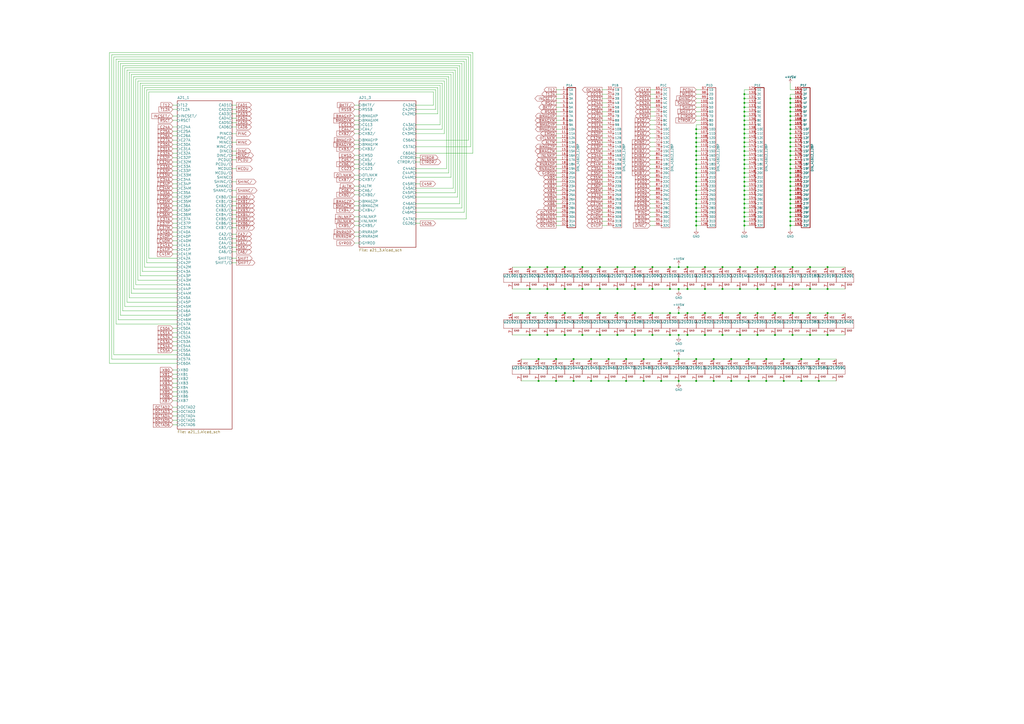
<source format=kicad_sch>
(kicad_sch (version 20211123) (generator eeschema)
  (paper "A2")
  (junction (at 474.98 208.28))
  (junction (at 431.8 67.31))
  (junction (at 458.47 125.73))
  (junction (at 347.98 194.31))
  (junction (at 431.8 62.23))
  (junction (at 398.78 181.61))
  (junction (at 403.86 208.28))
  (junction (at 458.47 102.87))
  (junction (at 469.9 181.61))
  (junction (at 459.74 167.64))
  (junction (at 431.8 120.65))
  (junction (at 431.8 57.15))
  (junction (at 342.9 220.98))
  (junction (at 431.8 102.87))
  (junction (at 403.86 110.49))
  (junction (at 337.82 154.94))
  (junction (at 403.86 120.65))
  (junction (at 414.02 208.28))
  (junction (at 347.98 154.94))
  (junction (at 317.5 194.31))
  (junction (at 363.22 220.98))
  (junction (at 327.66 181.61))
  (junction (at 419.1 181.61))
  (junction (at 458.47 120.65))
  (junction (at 431.8 113.03))
  (junction (at 358.14 154.94))
  (junction (at 439.42 154.94))
  (junction (at 383.54 208.28))
  (junction (at 358.14 181.61))
  (junction (at 388.62 167.64))
  (junction (at 368.3 181.61))
  (junction (at 458.47 118.11))
  (junction (at 458.47 80.01))
  (junction (at 458.47 110.49))
  (junction (at 403.86 87.63))
  (junction (at 459.74 194.31))
  (junction (at 458.47 57.15))
  (junction (at 368.3 194.31))
  (junction (at 469.9 167.64))
  (junction (at 403.86 90.17))
  (junction (at 322.58 208.28))
  (junction (at 353.06 220.98))
  (junction (at 403.86 85.09))
  (junction (at 458.47 115.57))
  (junction (at 439.42 167.64))
  (junction (at 431.8 123.19))
  (junction (at 393.7 167.64))
  (junction (at 464.82 208.28))
  (junction (at 337.82 194.31))
  (junction (at 458.47 95.25))
  (junction (at 431.8 77.47))
  (junction (at 431.8 100.33))
  (junction (at 378.46 167.64))
  (junction (at 449.58 194.31))
  (junction (at 469.9 154.94))
  (junction (at 398.78 167.64))
  (junction (at 403.86 220.98))
  (junction (at 398.78 154.94))
  (junction (at 403.86 113.03))
  (junction (at 393.7 208.28))
  (junction (at 454.66 220.98))
  (junction (at 419.1 154.94))
  (junction (at 458.47 90.17))
  (junction (at 403.86 102.87))
  (junction (at 358.14 167.64))
  (junction (at 403.86 125.73))
  (junction (at 307.34 154.94))
  (junction (at 431.8 72.39))
  (junction (at 393.7 154.94))
  (junction (at 480.06 194.31))
  (junction (at 347.98 167.64))
  (junction (at 307.34 167.64))
  (junction (at 431.8 105.41))
  (junction (at 363.22 208.28))
  (junction (at 403.86 105.41))
  (junction (at 480.06 167.64))
  (junction (at 480.06 154.94))
  (junction (at 458.47 64.77))
  (junction (at 383.54 220.98))
  (junction (at 403.86 97.79))
  (junction (at 424.18 208.28))
  (junction (at 434.34 220.98))
  (junction (at 419.1 194.31))
  (junction (at 429.26 181.61))
  (junction (at 459.74 154.94))
  (junction (at 368.3 154.94))
  (junction (at 431.8 130.81))
  (junction (at 327.66 194.31))
  (junction (at 307.34 181.61))
  (junction (at 464.82 220.98))
  (junction (at 403.86 74.93))
  (junction (at 414.02 220.98))
  (junction (at 458.47 59.69))
  (junction (at 312.42 208.28))
  (junction (at 332.74 208.28))
  (junction (at 317.5 181.61))
  (junction (at 444.5 220.98))
  (junction (at 368.3 167.64))
  (junction (at 431.8 59.69))
  (junction (at 408.94 194.31))
  (junction (at 431.8 92.71))
  (junction (at 419.1 167.64))
  (junction (at 312.42 220.98))
  (junction (at 444.5 208.28))
  (junction (at 388.62 194.31))
  (junction (at 458.47 62.23))
  (junction (at 327.66 154.94))
  (junction (at 431.8 128.27))
  (junction (at 431.8 85.09))
  (junction (at 439.42 181.61))
  (junction (at 337.82 167.64))
  (junction (at 459.74 181.61))
  (junction (at 431.8 90.17))
  (junction (at 403.86 82.55))
  (junction (at 393.7 181.61))
  (junction (at 388.62 181.61))
  (junction (at 388.62 154.94))
  (junction (at 458.47 69.85))
  (junction (at 431.8 74.93))
  (junction (at 403.86 77.47))
  (junction (at 431.8 118.11))
  (junction (at 431.8 80.01))
  (junction (at 408.94 181.61))
  (junction (at 431.8 69.85))
  (junction (at 393.7 194.31))
  (junction (at 373.38 220.98))
  (junction (at 429.26 167.64))
  (junction (at 403.86 123.19))
  (junction (at 449.58 154.94))
  (junction (at 317.5 154.94))
  (junction (at 431.8 64.77))
  (junction (at 358.14 194.31))
  (junction (at 458.47 105.41))
  (junction (at 403.86 128.27))
  (junction (at 458.47 72.39))
  (junction (at 403.86 130.81))
  (junction (at 469.9 194.31))
  (junction (at 431.8 110.49))
  (junction (at 458.47 92.71))
  (junction (at 431.8 115.57))
  (junction (at 378.46 181.61))
  (junction (at 431.8 87.63))
  (junction (at 458.47 100.33))
  (junction (at 458.47 82.55))
  (junction (at 431.8 82.55))
  (junction (at 458.47 67.31))
  (junction (at 431.8 107.95))
  (junction (at 378.46 194.31))
  (junction (at 429.26 154.94))
  (junction (at 449.58 167.64))
  (junction (at 317.5 167.64))
  (junction (at 403.86 100.33))
  (junction (at 474.98 220.98))
  (junction (at 480.06 181.61))
  (junction (at 403.86 95.25))
  (junction (at 429.26 194.31))
  (junction (at 378.46 154.94))
  (junction (at 431.8 125.73))
  (junction (at 458.47 107.95))
  (junction (at 458.47 87.63))
  (junction (at 337.82 181.61))
  (junction (at 403.86 115.57))
  (junction (at 458.47 77.47))
  (junction (at 458.47 97.79))
  (junction (at 332.74 220.98))
  (junction (at 307.34 194.31))
  (junction (at 458.47 130.81))
  (junction (at 424.18 220.98))
  (junction (at 458.47 123.19))
  (junction (at 454.66 208.28))
  (junction (at 347.98 181.61))
  (junction (at 458.47 128.27))
  (junction (at 353.06 208.28))
  (junction (at 393.7 220.98))
  (junction (at 403.86 107.95))
  (junction (at 439.42 194.31))
  (junction (at 322.58 220.98))
  (junction (at 458.47 113.03))
  (junction (at 408.94 154.94))
  (junction (at 403.86 118.11))
  (junction (at 458.47 74.93))
  (junction (at 342.9 208.28))
  (junction (at 449.58 181.61))
  (junction (at 403.86 92.71))
  (junction (at 431.8 97.79))
  (junction (at 458.47 85.09))
  (junction (at 398.78 194.31))
  (junction (at 403.86 80.01))
  (junction (at 434.34 208.28))
  (junction (at 327.66 167.64))
  (junction (at 431.8 54.61))
  (junction (at 408.94 167.64))
  (junction (at 431.8 95.25))
  (junction (at 373.38 208.28))
  (wire (pts (xy 431.8 67.31) (xy 434.34 67.31)))
  (wire (pts (xy 80.01 162.56) (xy 102.87 162.56)))
  (wire (pts (xy 86.36 53.34) (xy 86.36 149.86)))
  (wire (pts (xy 449.58 154.94) (xy 459.74 154.94)))
  (wire (pts (xy 458.47 77.47) (xy 458.47 80.01)))
  (wire (pts (xy 403.86 208.28) (xy 393.7 208.28)))
  (wire (pts (xy 379.73 74.93) (xy 377.19 74.93)))
  (wire (pts (xy 458.47 59.69) (xy 458.47 62.23)))
  (wire (pts (xy 393.7 194.31) (xy 398.78 194.31)))
  (wire (pts (xy 403.86 115.57) (xy 403.86 118.11)))
  (wire (pts (xy 379.73 59.69) (xy 377.19 59.69)))
  (wire (pts (xy 388.62 167.64) (xy 393.7 167.64)))
  (wire (pts (xy 431.8 120.65) (xy 434.34 120.65)))
  (wire (pts (xy 406.4 64.77) (xy 403.86 64.77)))
  (wire (pts (xy 325.12 57.15) (xy 322.58 57.15)))
  (wire (pts (xy 102.87 217.17) (xy 100.33 217.17)))
  (wire (pts (xy 429.26 181.61) (xy 419.1 181.61)))
  (wire (pts (xy 449.58 181.61) (xy 439.42 181.61)))
  (wire (pts (xy 379.73 97.79) (xy 377.19 97.79)))
  (wire (pts (xy 379.73 82.55) (xy 377.19 82.55)))
  (wire (pts (xy 378.46 154.94) (xy 388.62 154.94)))
  (wire (pts (xy 458.47 120.65) (xy 458.47 123.19)))
  (wire (pts (xy 325.12 120.65) (xy 322.58 120.65)))
  (wire (pts (xy 403.86 130.81) (xy 403.86 133.35)))
  (wire (pts (xy 241.3 74.93) (xy 256.54 74.93)))
  (wire (pts (xy 67.31 34.29) (xy 67.31 187.96)))
  (wire (pts (xy 351.79 92.71) (xy 349.25 92.71)))
  (wire (pts (xy 337.82 181.61) (xy 327.66 181.61)))
  (wire (pts (xy 86.36 149.86) (xy 102.87 149.86)))
  (wire (pts (xy 102.87 203.2) (xy 100.33 203.2)))
  (wire (pts (xy 358.14 167.64) (xy 368.3 167.64)))
  (wire (pts (xy 379.73 120.65) (xy 377.19 120.65)))
  (wire (pts (xy 379.73 52.07) (xy 377.19 52.07)))
  (wire (pts (xy 325.12 107.95) (xy 322.58 107.95)))
  (wire (pts (xy 302.26 220.98) (xy 312.42 220.98)))
  (wire (pts (xy 208.28 134.62) (xy 205.74 134.62)))
  (wire (pts (xy 458.47 72.39) (xy 461.01 72.39)))
  (wire (pts (xy 393.7 180.34) (xy 393.7 181.61)))
  (wire (pts (xy 458.47 130.81) (xy 458.47 133.35)))
  (wire (pts (xy 134.62 114.3) (xy 137.16 114.3)))
  (wire (pts (xy 325.12 90.17) (xy 322.58 90.17)))
  (wire (pts (xy 403.86 102.87) (xy 406.4 102.87)))
  (wire (pts (xy 351.79 118.11) (xy 349.25 118.11)))
  (wire (pts (xy 431.8 85.09) (xy 434.34 85.09)))
  (wire (pts (xy 134.62 105.41) (xy 137.16 105.41)))
  (wire (pts (xy 102.87 214.63) (xy 100.33 214.63)))
  (wire (pts (xy 325.12 115.57) (xy 322.58 115.57)))
  (wire (pts (xy 102.87 99.06) (xy 100.33 99.06)))
  (wire (pts (xy 398.78 181.61) (xy 393.7 181.61)))
  (wire (pts (xy 241.3 60.96) (xy 251.46 60.96)))
  (wire (pts (xy 261.62 43.18) (xy 76.2 43.18)))
  (wire (pts (xy 77.47 167.64) (xy 102.87 167.64)))
  (wire (pts (xy 379.73 57.15) (xy 377.19 57.15)))
  (wire (pts (xy 351.79 74.93) (xy 349.25 74.93)))
  (wire (pts (xy 378.46 181.61) (xy 368.3 181.61)))
  (wire (pts (xy 379.73 62.23) (xy 377.19 62.23)))
  (wire (pts (xy 317.5 154.94) (xy 327.66 154.94)))
  (wire (pts (xy 458.47 54.61) (xy 458.47 57.15)))
  (wire (pts (xy 379.73 113.03) (xy 377.19 113.03)))
  (wire (pts (xy 403.86 110.49) (xy 403.86 113.03)))
  (wire (pts (xy 351.79 52.07) (xy 349.25 52.07)))
  (wire (pts (xy 398.78 167.64) (xy 408.94 167.64)))
  (wire (pts (xy 431.8 118.11) (xy 434.34 118.11)))
  (wire (pts (xy 431.8 95.25) (xy 431.8 97.79)))
  (wire (pts (xy 439.42 167.64) (xy 449.58 167.64)))
  (wire (pts (xy 368.3 181.61) (xy 358.14 181.61)))
  (wire (pts (xy 325.12 100.33) (xy 322.58 100.33)))
  (wire (pts (xy 208.28 95.25) (xy 205.74 95.25)))
  (wire (pts (xy 403.86 80.01) (xy 403.86 82.55)))
  (wire (pts (xy 325.12 102.87) (xy 322.58 102.87)))
  (wire (pts (xy 351.79 110.49) (xy 349.25 110.49)))
  (wire (pts (xy 264.16 111.76) (xy 264.16 40.64)))
  (wire (pts (xy 379.73 100.33) (xy 377.19 100.33)))
  (wire (pts (xy 403.86 107.95) (xy 406.4 107.95)))
  (wire (pts (xy 351.79 113.03) (xy 349.25 113.03)))
  (wire (pts (xy 480.06 154.94) (xy 490.22 154.94)))
  (wire (pts (xy 458.47 90.17) (xy 461.01 90.17)))
  (wire (pts (xy 431.8 130.81) (xy 434.34 130.81)))
  (wire (pts (xy 134.62 87.63) (xy 137.16 87.63)))
  (wire (pts (xy 102.87 229.87) (xy 100.33 229.87)))
  (wire (pts (xy 325.12 95.25) (xy 322.58 95.25)))
  (wire (pts (xy 449.58 167.64) (xy 459.74 167.64)))
  (wire (pts (xy 64.77 208.28) (xy 102.87 208.28)))
  (wire (pts (xy 71.12 38.1) (xy 71.12 180.34)))
  (wire (pts (xy 431.8 69.85) (xy 434.34 69.85)))
  (wire (pts (xy 241.3 106.68) (xy 243.84 106.68)))
  (wire (pts (xy 379.73 77.47) (xy 377.19 77.47)))
  (wire (pts (xy 73.66 40.64) (xy 73.66 175.26)))
  (wire (pts (xy 67.31 187.96) (xy 102.87 187.96)))
  (wire (pts (xy 363.22 220.98) (xy 373.38 220.98)))
  (wire (pts (xy 102.87 139.7) (xy 100.33 139.7)))
  (wire (pts (xy 297.18 167.64) (xy 307.34 167.64)))
  (wire (pts (xy 474.98 208.28) (xy 464.82 208.28)))
  (wire (pts (xy 208.28 128.27) (xy 205.74 128.27)))
  (wire (pts (xy 351.79 95.25) (xy 349.25 95.25)))
  (wire (pts (xy 102.87 96.52) (xy 100.33 96.52)))
  (wire (pts (xy 102.87 121.92) (xy 100.33 121.92)))
  (wire (pts (xy 431.8 64.77) (xy 431.8 67.31)))
  (wire (pts (xy 431.8 80.01) (xy 431.8 82.55)))
  (wire (pts (xy 434.34 54.61) (xy 431.8 54.61)))
  (wire (pts (xy 403.86 72.39) (xy 403.86 74.93)))
  (wire (pts (xy 414.02 220.98) (xy 424.18 220.98)))
  (wire (pts (xy 458.47 100.33) (xy 461.01 100.33)))
  (wire (pts (xy 439.42 154.94) (xy 449.58 154.94)))
  (wire (pts (xy 480.06 181.61) (xy 469.9 181.61)))
  (wire (pts (xy 431.8 113.03) (xy 431.8 115.57)))
  (wire (pts (xy 208.28 81.28) (xy 205.74 81.28)))
  (wire (pts (xy 458.47 72.39) (xy 458.47 74.93)))
  (wire (pts (xy 327.66 154.94) (xy 337.82 154.94)))
  (wire (pts (xy 267.97 120.65) (xy 267.97 36.83)))
  (wire (pts (xy 325.12 80.01) (xy 322.58 80.01)))
  (wire (pts (xy 403.86 220.98) (xy 414.02 220.98)))
  (wire (pts (xy 102.87 195.58) (xy 100.33 195.58)))
  (wire (pts (xy 403.86 110.49) (xy 406.4 110.49)))
  (wire (pts (xy 458.47 90.17) (xy 458.47 92.71)))
  (wire (pts (xy 431.8 72.39) (xy 431.8 74.93)))
  (wire (pts (xy 379.73 130.81) (xy 377.19 130.81)))
  (wire (pts (xy 351.79 130.81) (xy 349.25 130.81)))
  (wire (pts (xy 73.66 175.26) (xy 102.87 175.26)))
  (wire (pts (xy 312.42 220.98) (xy 322.58 220.98)))
  (wire (pts (xy 431.8 123.19) (xy 431.8 125.73)))
  (wire (pts (xy 351.79 97.79) (xy 349.25 97.79)))
  (wire (pts (xy 406.4 59.69) (xy 403.86 59.69)))
  (wire (pts (xy 269.24 123.19) (xy 269.24 35.56)))
  (wire (pts (xy 459.74 181.61) (xy 449.58 181.61)))
  (wire (pts (xy 134.62 119.38) (xy 137.16 119.38)))
  (wire (pts (xy 403.86 85.09) (xy 403.86 87.63)))
  (wire (pts (xy 403.86 92.71) (xy 406.4 92.71)))
  (wire (pts (xy 270.51 34.29) (xy 67.31 34.29)))
  (wire (pts (xy 379.73 125.73) (xy 377.19 125.73)))
  (wire (pts (xy 419.1 194.31) (xy 429.26 194.31)))
  (wire (pts (xy 458.47 102.87) (xy 461.01 102.87)))
  (wire (pts (xy 307.34 154.94) (xy 317.5 154.94)))
  (wire (pts (xy 458.47 92.71) (xy 458.47 95.25)))
  (wire (pts (xy 241.3 81.28) (xy 271.78 81.28)))
  (wire (pts (xy 403.86 95.25) (xy 406.4 95.25)))
  (wire (pts (xy 325.12 77.47) (xy 322.58 77.47)))
  (wire (pts (xy 102.87 91.44) (xy 100.33 91.44)))
  (wire (pts (xy 325.12 87.63) (xy 322.58 87.63)))
  (wire (pts (xy 337.82 194.31) (xy 347.98 194.31)))
  (wire (pts (xy 134.62 63.5) (xy 137.16 63.5)))
  (wire (pts (xy 379.73 128.27) (xy 377.19 128.27)))
  (wire (pts (xy 325.12 92.71) (xy 322.58 92.71)))
  (wire (pts (xy 72.39 177.8) (xy 102.87 177.8)))
  (wire (pts (xy 307.34 167.64) (xy 317.5 167.64)))
  (wire (pts (xy 431.8 102.87) (xy 431.8 105.41)))
  (wire (pts (xy 337.82 167.64) (xy 347.98 167.64)))
  (wire (pts (xy 403.86 77.47) (xy 403.86 80.01)))
  (wire (pts (xy 241.3 118.11) (xy 266.7 118.11)))
  (wire (pts (xy 458.47 80.01) (xy 461.01 80.01)))
  (wire (pts (xy 351.79 120.65) (xy 349.25 120.65)))
  (wire (pts (xy 431.8 92.71) (xy 434.34 92.71)))
  (wire (pts (xy 403.86 125.73) (xy 406.4 125.73)))
  (wire (pts (xy 102.87 119.38) (xy 100.33 119.38)))
  (wire (pts (xy 431.8 62.23) (xy 434.34 62.23)))
  (wire (pts (xy 102.87 76.2) (xy 100.33 76.2)))
  (wire (pts (xy 458.47 69.85) (xy 461.01 69.85)))
  (wire (pts (xy 379.73 118.11) (xy 377.19 118.11)))
  (wire (pts (xy 102.87 193.04) (xy 100.33 193.04)))
  (wire (pts (xy 458.47 115.57) (xy 461.01 115.57)))
  (wire (pts (xy 241.3 88.9) (xy 274.32 88.9)))
  (wire (pts (xy 241.3 77.47) (xy 257.81 77.47)))
  (wire (pts (xy 358.14 194.31) (xy 368.3 194.31)))
  (wire (pts (xy 458.47 80.01) (xy 458.47 82.55)))
  (wire (pts (xy 403.86 115.57) (xy 406.4 115.57)))
  (wire (pts (xy 403.86 128.27) (xy 403.86 130.81)))
  (wire (pts (xy 393.7 167.64) (xy 398.78 167.64)))
  (wire (pts (xy 431.8 115.57) (xy 434.34 115.57)))
  (wire (pts (xy 403.86 123.19) (xy 403.86 125.73)))
  (wire (pts (xy 403.86 95.25) (xy 403.86 97.79)))
  (wire (pts (xy 431.8 80.01) (xy 434.34 80.01)))
  (wire (pts (xy 431.8 82.55) (xy 434.34 82.55)))
  (wire (pts (xy 431.8 118.11) (xy 431.8 120.65)))
  (wire (pts (xy 393.7 220.98) (xy 403.86 220.98)))
  (wire (pts (xy 403.86 130.81) (xy 406.4 130.81)))
  (wire (pts (xy 134.62 121.92) (xy 137.16 121.92)))
  (wire (pts (xy 373.38 220.98) (xy 383.54 220.98)))
  (wire (pts (xy 351.79 87.63) (xy 349.25 87.63)))
  (wire (pts (xy 325.12 72.39) (xy 322.58 72.39)))
  (wire (pts (xy 444.5 208.28) (xy 434.34 208.28)))
  (wire (pts (xy 431.8 105.41) (xy 431.8 107.95)))
  (wire (pts (xy 431.8 72.39) (xy 434.34 72.39)))
  (wire (pts (xy 351.79 64.77) (xy 349.25 64.77)))
  (wire (pts (xy 431.8 85.09) (xy 431.8 87.63)))
  (wire (pts (xy 403.86 120.65) (xy 403.86 123.19)))
  (wire (pts (xy 480.06 167.64) (xy 490.22 167.64)))
  (wire (pts (xy 208.28 90.17) (xy 205.74 90.17)))
  (wire (pts (xy 458.47 59.69) (xy 461.01 59.69)))
  (wire (pts (xy 353.06 208.28) (xy 342.9 208.28)))
  (wire (pts (xy 419.1 167.64) (xy 429.26 167.64)))
  (wire (pts (xy 134.62 97.79) (xy 137.16 97.79)))
  (wire (pts (xy 461.01 57.15) (xy 458.47 57.15)))
  (wire (pts (xy 406.4 62.23) (xy 403.86 62.23)))
  (wire (pts (xy 419.1 181.61) (xy 408.94 181.61)))
  (wire (pts (xy 325.12 128.27) (xy 322.58 128.27)))
  (wire (pts (xy 325.12 54.61) (xy 322.58 54.61)))
  (wire (pts (xy 458.47 64.77) (xy 458.47 67.31)))
  (wire (pts (xy 325.12 62.23) (xy 322.58 62.23)))
  (wire (pts (xy 332.74 208.28) (xy 322.58 208.28)))
  (wire (pts (xy 254 66.04) (xy 254 50.8)))
  (wire (pts (xy 208.28 63.5) (xy 205.74 63.5)))
  (wire (pts (xy 102.87 73.66) (xy 100.33 73.66)))
  (wire (pts (xy 431.8 52.07) (xy 431.8 54.61)))
  (wire (pts (xy 393.7 154.94) (xy 398.78 154.94)))
  (wire (pts (xy 459.74 154.94) (xy 469.9 154.94)))
  (wire (pts (xy 379.73 54.61) (xy 377.19 54.61)))
  (wire (pts (xy 393.7 167.64) (xy 393.7 168.91)))
  (wire (pts (xy 458.47 107.95) (xy 461.01 107.95)))
  (wire (pts (xy 429.26 154.94) (xy 439.42 154.94)))
  (wire (pts (xy 351.79 72.39) (xy 349.25 72.39)))
  (wire (pts (xy 351.79 100.33) (xy 349.25 100.33)))
  (wire (pts (xy 261.62 102.87) (xy 261.62 43.18)))
  (wire (pts (xy 480.06 194.31) (xy 490.22 194.31)))
  (wire (pts (xy 241.3 102.87) (xy 261.62 102.87)))
  (wire (pts (xy 490.22 181.61) (xy 480.06 181.61)))
  (wire (pts (xy 134.62 146.05) (xy 137.16 146.05)))
  (wire (pts (xy 208.28 60.96) (xy 205.74 60.96)))
  (wire (pts (xy 134.62 66.04) (xy 137.16 66.04)))
  (wire (pts (xy 459.74 194.31) (xy 469.9 194.31)))
  (wire (pts (xy 458.47 110.49) (xy 461.01 110.49)))
  (wire (pts (xy 403.86 74.93) (xy 403.86 77.47)))
  (wire (pts (xy 66.04 33.02) (xy 66.04 205.74)))
  (wire (pts (xy 469.9 154.94) (xy 480.06 154.94)))
  (wire (pts (xy 265.43 39.37) (xy 72.39 39.37)))
  (wire (pts (xy 134.62 92.71) (xy 137.16 92.71)))
  (wire (pts (xy 72.39 39.37) (xy 72.39 177.8)))
  (wire (pts (xy 431.8 100.33) (xy 431.8 102.87)))
  (wire (pts (xy 454.66 208.28) (xy 444.5 208.28)))
  (wire (pts (xy 262.89 109.22) (xy 262.89 41.91)))
  (wire (pts (xy 431.8 110.49) (xy 431.8 113.03)))
  (wire (pts (xy 74.93 41.91) (xy 74.93 172.72)))
  (wire (pts (xy 458.47 105.41) (xy 458.47 107.95)))
  (wire (pts (xy 414.02 208.28) (xy 403.86 208.28)))
  (wire (pts (xy 434.34 220.98) (xy 444.5 220.98)))
  (wire (pts (xy 403.86 125.73) (xy 403.86 128.27)))
  (wire (pts (xy 312.42 208.28) (xy 302.26 208.28)))
  (wire (pts (xy 383.54 208.28) (xy 373.38 208.28)))
  (wire (pts (xy 325.12 97.79) (xy 322.58 97.79)))
  (wire (pts (xy 102.87 60.96) (xy 100.33 60.96)))
  (wire (pts (xy 259.08 97.79) (xy 259.08 45.72)))
  (wire (pts (xy 241.3 63.5) (xy 252.73 63.5)))
  (wire (pts (xy 134.62 140.97) (xy 137.16 140.97)))
  (wire (pts (xy 241.3 109.22) (xy 262.89 109.22)))
  (wire (pts (xy 102.87 200.66) (xy 100.33 200.66)))
  (wire (pts (xy 403.86 82.55) (xy 403.86 85.09)))
  (wire (pts (xy 458.47 82.55) (xy 458.47 85.09)))
  (wire (pts (xy 393.7 208.28) (xy 383.54 208.28)))
  (wire (pts (xy 102.87 111.76) (xy 100.33 111.76)))
  (wire (pts (xy 63.5 30.48) (xy 63.5 210.82)))
  (wire (pts (xy 208.28 67.31) (xy 205.74 67.31)))
  (wire (pts (xy 378.46 194.31) (xy 388.62 194.31)))
  (wire (pts (xy 134.62 60.96) (xy 137.16 60.96)))
  (wire (pts (xy 406.4 52.07) (xy 403.86 52.07)))
  (wire (pts (xy 269.24 35.56) (xy 68.58 35.56)))
  (wire (pts (xy 69.85 182.88) (xy 102.87 182.88)))
  (wire (pts (xy 255.27 49.53) (xy 82.55 49.53)))
  (wire (pts (xy 134.62 71.12) (xy 137.16 71.12)))
  (wire (pts (xy 458.47 123.19) (xy 458.47 125.73)))
  (wire (pts (xy 431.8 125.73) (xy 431.8 128.27)))
  (wire (pts (xy 208.28 119.38) (xy 205.74 119.38)))
  (wire (pts (xy 358.14 181.61) (xy 347.98 181.61)))
  (wire (pts (xy 469.9 181.61) (xy 459.74 181.61)))
  (wire (pts (xy 379.73 64.77) (xy 377.19 64.77)))
  (wire (pts (xy 458.47 95.25) (xy 461.01 95.25)))
  (wire (pts (xy 431.8 74.93) (xy 431.8 77.47)))
  (wire (pts (xy 264.16 40.64) (xy 73.66 40.64)))
  (wire (pts (xy 208.28 77.47) (xy 205.74 77.47)))
  (wire (pts (xy 383.54 220.98) (xy 393.7 220.98)))
  (wire (pts (xy 325.12 67.31) (xy 322.58 67.31)))
  (wire (pts (xy 208.28 92.71) (xy 205.74 92.71)))
  (wire (pts (xy 251.46 60.96) (xy 251.46 53.34)))
  (wire (pts (xy 431.8 57.15) (xy 434.34 57.15)))
  (wire (pts (xy 403.86 97.79) (xy 406.4 97.79)))
  (wire (pts (xy 458.47 125.73) (xy 461.01 125.73)))
  (wire (pts (xy 406.4 67.31) (xy 403.86 67.31)))
  (wire (pts (xy 351.79 123.19) (xy 349.25 123.19)))
  (wire (pts (xy 458.47 97.79) (xy 461.01 97.79)))
  (wire (pts (xy 431.8 120.65) (xy 431.8 123.19)))
  (wire (pts (xy 241.3 129.54) (xy 243.84 129.54)))
  (wire (pts (xy 351.79 59.69) (xy 349.25 59.69)))
  (wire (pts (xy 347.98 167.64) (xy 358.14 167.64)))
  (wire (pts (xy 351.79 90.17) (xy 349.25 90.17)))
  (wire (pts (xy 379.73 105.41) (xy 377.19 105.41)))
  (wire (pts (xy 266.7 38.1) (xy 71.12 38.1)))
  (wire (pts (xy 102.87 106.68) (xy 100.33 106.68)))
  (wire (pts (xy 403.86 90.17) (xy 406.4 90.17)))
  (wire (pts (xy 307.34 194.31) (xy 317.5 194.31)))
  (wire (pts (xy 208.28 104.14) (xy 205.74 104.14)))
  (wire (pts (xy 241.3 97.79) (xy 259.08 97.79)))
  (wire (pts (xy 63.5 210.82) (xy 102.87 210.82)))
  (wire (pts (xy 379.73 115.57) (xy 377.19 115.57)))
  (wire (pts (xy 77.47 44.45) (xy 77.47 167.64)))
  (wire (pts (xy 431.8 57.15) (xy 431.8 59.69)))
  (wire (pts (xy 134.62 90.17) (xy 137.16 90.17)))
  (wire (pts (xy 102.87 219.71) (xy 100.33 219.71)))
  (wire (pts (xy 431.8 59.69) (xy 434.34 59.69)))
  (wire (pts (xy 431.8 128.27) (xy 434.34 128.27)))
  (wire (pts (xy 403.86 102.87) (xy 403.86 105.41)))
  (wire (pts (xy 458.47 130.81) (xy 461.01 130.81)))
  (wire (pts (xy 208.28 113.03) (xy 205.74 113.03)))
  (wire (pts (xy 102.87 81.28) (xy 100.33 81.28)))
  (wire (pts (xy 251.46 53.34) (xy 86.36 53.34)))
  (wire (pts (xy 83.82 154.94) (xy 102.87 154.94)))
  (wire (pts (xy 464.82 220.98) (xy 474.98 220.98)))
  (wire (pts (xy 255.27 72.39) (xy 255.27 49.53)))
  (wire (pts (xy 68.58 185.42) (xy 102.87 185.42)))
  (wire (pts (xy 403.86 105.41) (xy 406.4 105.41)))
  (wire (pts (xy 297.18 154.94) (xy 307.34 154.94)))
  (wire (pts (xy 458.47 128.27) (xy 461.01 128.27)))
  (wire (pts (xy 85.09 52.07) (xy 85.09 152.4)))
  (wire (pts (xy 458.47 52.07) (xy 458.47 48.26)))
  (wire (pts (xy 408.94 167.64) (xy 419.1 167.64)))
  (wire (pts (xy 458.47 107.95) (xy 458.47 110.49)))
  (wire (pts (xy 403.86 85.09) (xy 406.4 85.09)))
  (wire (pts (xy 69.85 36.83) (xy 69.85 182.88)))
  (wire (pts (xy 273.05 85.09) (xy 273.05 31.75)))
  (wire (pts (xy 393.7 181.61) (xy 388.62 181.61)))
  (wire (pts (xy 458.47 123.19) (xy 461.01 123.19)))
  (wire (pts (xy 256.54 48.26) (xy 81.28 48.26)))
  (wire (pts (xy 434.34 208.28) (xy 424.18 208.28)))
  (wire (pts (xy 458.47 74.93) (xy 458.47 77.47)))
  (wire (pts (xy 257.81 46.99) (xy 80.01 46.99)))
  (wire (pts (xy 393.7 207.01) (xy 393.7 208.28)))
  (wire (pts (xy 403.86 118.11) (xy 403.86 120.65)))
  (wire (pts (xy 431.8 128.27) (xy 431.8 130.81)))
  (wire (pts (xy 208.28 110.49) (xy 205.74 110.49)))
  (wire (pts (xy 102.87 63.5) (xy 100.33 63.5)))
  (wire (pts (xy 71.12 180.34) (xy 102.87 180.34)))
  (wire (pts (xy 398.78 154.94) (xy 408.94 154.94)))
  (wire (pts (xy 469.9 167.64) (xy 480.06 167.64)))
  (wire (pts (xy 208.28 83.82) (xy 205.74 83.82)))
  (wire (pts (xy 271.78 33.02) (xy 66.04 33.02)))
  (wire (pts (xy 458.47 110.49) (xy 458.47 113.03)))
  (wire (pts (xy 347.98 194.31) (xy 358.14 194.31)))
  (wire (pts (xy 458.47 87.63) (xy 461.01 87.63)))
  (wire (pts (xy 208.28 116.84) (xy 205.74 116.84)))
  (wire (pts (xy 260.35 100.33) (xy 260.35 44.45)))
  (wire (pts (xy 431.8 115.57) (xy 431.8 118.11)))
  (wire (pts (xy 241.3 127) (xy 270.51 127)))
  (wire (pts (xy 379.73 102.87) (xy 377.19 102.87)))
  (wire (pts (xy 102.87 101.6) (xy 100.33 101.6)))
  (wire (pts (xy 403.86 80.01) (xy 406.4 80.01)))
  (wire (pts (xy 260.35 44.45) (xy 77.47 44.45)))
  (wire (pts (xy 241.3 111.76) (xy 264.16 111.76)))
  (wire (pts (xy 271.78 81.28) (xy 271.78 33.02)))
  (wire (pts (xy 102.87 129.54) (xy 100.33 129.54)))
  (wire (pts (xy 458.47 62.23) (xy 461.01 62.23)))
  (wire (pts (xy 134.62 132.08) (xy 137.16 132.08)))
  (wire (pts (xy 469.9 194.31) (xy 480.06 194.31)))
  (wire (pts (xy 85.09 152.4) (xy 102.87 152.4)))
  (wire (pts (xy 431.8 90.17) (xy 431.8 92.71)))
  (wire (pts (xy 431.8 59.69) (xy 431.8 62.23)))
  (wire (pts (xy 431.8 97.79) (xy 434.34 97.79)))
  (wire (pts (xy 102.87 67.31) (xy 100.33 67.31)))
  (wire (pts (xy 351.79 67.31) (xy 349.25 67.31)))
  (wire (pts (xy 431.8 77.47) (xy 434.34 77.47)))
  (wire (pts (xy 461.01 54.61) (xy 458.47 54.61)))
  (wire (pts (xy 444.5 220.98) (xy 454.66 220.98)))
  (wire (pts (xy 102.87 142.24) (xy 100.33 142.24)))
  (wire (pts (xy 429.26 194.31) (xy 439.42 194.31)))
  (wire (pts (xy 351.79 82.55) (xy 349.25 82.55)))
  (wire (pts (xy 134.62 73.66) (xy 137.16 73.66)))
  (wire (pts (xy 102.87 104.14) (xy 100.33 104.14)))
  (wire (pts (xy 134.62 110.49) (xy 137.16 110.49)))
  (wire (pts (xy 379.73 123.19) (xy 377.19 123.19)))
  (wire (pts (xy 485.14 208.28) (xy 474.98 208.28)))
  (wire (pts (xy 351.79 57.15) (xy 349.25 57.15)))
  (wire (pts (xy 351.79 105.41) (xy 349.25 105.41)))
  (wire (pts (xy 458.47 118.11) (xy 461.01 118.11)))
  (wire (pts (xy 351.79 107.95) (xy 349.25 107.95)))
  (wire (pts (xy 102.87 224.79) (xy 100.33 224.79)))
  (wire (pts (xy 270.51 127) (xy 270.51 34.29)))
  (wire (pts (xy 431.8 107.95) (xy 434.34 107.95)))
  (wire (pts (xy 265.43 114.3) (xy 265.43 39.37)))
  (wire (pts (xy 102.87 137.16) (xy 100.33 137.16)))
  (wire (pts (xy 431.8 90.17) (xy 434.34 90.17)))
  (wire (pts (xy 208.28 125.73) (xy 205.74 125.73)))
  (wire (pts (xy 208.28 130.81) (xy 205.74 130.81)))
  (wire (pts (xy 434.34 52.07) (xy 431.8 52.07)))
  (wire (pts (xy 325.12 123.19) (xy 322.58 123.19)))
  (wire (pts (xy 458.47 92.71) (xy 461.01 92.71)))
  (wire (pts (xy 368.3 154.94) (xy 378.46 154.94)))
  (wire (pts (xy 102.87 83.82) (xy 100.33 83.82)))
  (wire (pts (xy 431.8 100.33) (xy 434.34 100.33)))
  (wire (pts (xy 406.4 54.61) (xy 403.86 54.61)))
  (wire (pts (xy 408.94 181.61) (xy 398.78 181.61)))
  (wire (pts (xy 403.86 113.03) (xy 403.86 115.57)))
  (wire (pts (xy 431.8 97.79) (xy 431.8 100.33)))
  (wire (pts (xy 82.55 49.53) (xy 82.55 157.48)))
  (wire (pts (xy 403.86 128.27) (xy 406.4 128.27)))
  (wire (pts (xy 102.87 132.08) (xy 100.33 132.08)))
  (wire (pts (xy 134.62 129.54) (xy 137.16 129.54)))
  (wire (pts (xy 403.86 113.03) (xy 406.4 113.03)))
  (wire (pts (xy 393.7 220.98) (xy 393.7 222.25)))
  (wire (pts (xy 325.12 69.85) (xy 322.58 69.85)))
  (wire (pts (xy 208.28 74.93) (xy 205.74 74.93)))
  (wire (pts (xy 351.79 80.01) (xy 349.25 80.01)))
  (wire (pts (xy 347.98 154.94) (xy 358.14 154.94)))
  (wire (pts (xy 379.73 92.71) (xy 377.19 92.71)))
  (wire (pts (xy 80.01 46.99) (xy 80.01 162.56)))
  (wire (pts (xy 431.8 92.71) (xy 431.8 95.25)))
  (wire (pts (xy 458.47 85.09) (xy 458.47 87.63)))
  (wire (pts (xy 419.1 154.94) (xy 429.26 154.94)))
  (wire (pts (xy 327.66 167.64) (xy 337.82 167.64)))
  (wire (pts (xy 406.4 57.15) (xy 403.86 57.15)))
  (wire (pts (xy 358.14 154.94) (xy 368.3 154.94)))
  (wire (pts (xy 74.93 172.72) (xy 102.87 172.72)))
  (wire (pts (xy 461.01 52.07) (xy 458.47 52.07)))
  (wire (pts (xy 102.87 69.85) (xy 100.33 69.85)))
  (wire (pts (xy 393.7 153.67) (xy 393.7 154.94)))
  (wire (pts (xy 403.86 92.71) (xy 403.86 95.25)))
  (wire (pts (xy 267.97 36.83) (xy 69.85 36.83)))
  (wire (pts (xy 431.8 54.61) (xy 431.8 57.15)))
  (wire (pts (xy 458.47 113.03) (xy 458.47 115.57)))
  (wire (pts (xy 102.87 93.98) (xy 100.33 93.98)))
  (wire (pts (xy 102.87 222.25) (xy 100.33 222.25)))
  (wire (pts (xy 134.62 138.43) (xy 137.16 138.43)))
  (wire (pts (xy 134.62 152.4) (xy 137.16 152.4)))
  (wire (pts (xy 102.87 243.84) (xy 100.33 243.84)))
  (wire (pts (xy 458.47 118.11) (xy 458.47 120.65)))
  (wire (pts (xy 102.87 147.32) (xy 100.33 147.32)))
  (wire (pts (xy 327.66 194.31) (xy 337.82 194.31)))
  (wire (pts (xy 458.47 69.85) (xy 458.47 72.39)))
  (wire (pts (xy 297.18 194.31) (xy 307.34 194.31)))
  (wire (pts (xy 317.5 194.31) (xy 327.66 194.31)))
  (wire (pts (xy 134.62 82.55) (xy 137.16 82.55)))
  (wire (pts (xy 368.3 194.31) (xy 378.46 194.31)))
  (wire (pts (xy 342.9 220.98) (xy 353.06 220.98)))
  (wire (pts (xy 241.3 91.44) (xy 243.84 91.44)))
  (wire (pts (xy 363.22 208.28) (xy 353.06 208.28)))
  (wire (pts (xy 431.8 113.03) (xy 434.34 113.03)))
  (wire (pts (xy 351.79 62.23) (xy 349.25 62.23)))
  (wire (pts (xy 458.47 62.23) (xy 458.47 64.77)))
  (wire (pts (xy 431.8 87.63) (xy 434.34 87.63)))
  (wire (pts (xy 241.3 85.09) (xy 273.05 85.09)))
  (wire (pts (xy 102.87 246.38) (xy 100.33 246.38)))
  (wire (pts (xy 102.87 232.41) (xy 100.33 232.41)))
  (wire (pts (xy 474.98 220.98) (xy 485.14 220.98)))
  (wire (pts (xy 134.62 127) (xy 137.16 127)))
  (wire (pts (xy 403.86 97.79) (xy 403.86 100.33)))
  (wire (pts (xy 458.47 67.31) (xy 461.01 67.31)))
  (wire (pts (xy 431.8 69.85) (xy 431.8 72.39)))
  (wire (pts (xy 431.8 62.23) (xy 431.8 64.77)))
  (wire (pts (xy 403.86 100.33) (xy 406.4 100.33)))
  (wire (pts (xy 464.82 208.28) (xy 454.66 208.28)))
  (wire (pts (xy 102.87 78.74) (xy 100.33 78.74)))
  (wire (pts (xy 134.62 68.58) (xy 137.16 68.58)))
  (wire (pts (xy 403.86 82.55) (xy 406.4 82.55)))
  (wire (pts (xy 102.87 241.3) (xy 100.33 241.3)))
  (wire (pts (xy 388.62 194.31) (xy 393.7 194.31)))
  (wire (pts (xy 403.86 100.33) (xy 403.86 102.87)))
  (wire (pts (xy 78.74 165.1) (xy 102.87 165.1)))
  (wire (pts (xy 403.86 74.93) (xy 406.4 74.93)))
  (wire (pts (xy 408.94 154.94) (xy 419.1 154.94)))
  (wire (pts (xy 403.86 87.63) (xy 406.4 87.63)))
  (wire (pts (xy 449.58 194.31) (xy 459.74 194.31)))
  (wire (pts (xy 266.7 118.11) (xy 266.7 38.1)))
  (wire (pts (xy 398.78 194.31) (xy 408.94 194.31)))
  (wire (pts (xy 373.38 208.28) (xy 363.22 208.28)))
  (wire (pts (xy 347.98 181.61) (xy 337.82 181.61)))
  (wire (pts (xy 431.8 67.31) (xy 431.8 69.85)))
  (wire (pts (xy 351.79 54.61) (xy 349.25 54.61)))
  (wire (pts (xy 134.62 149.86) (xy 137.16 149.86)))
  (wire (pts (xy 64.77 31.75) (xy 64.77 208.28)))
  (wire (pts (xy 241.3 114.3) (xy 265.43 114.3)))
  (wire (pts (xy 102.87 238.76) (xy 100.33 238.76)))
  (wire (pts (xy 208.28 72.39) (xy 205.74 72.39)))
  (wire (pts (xy 429.26 167.64) (xy 439.42 167.64)))
  (wire (pts (xy 351.79 125.73) (xy 349.25 125.73)))
  (wire (pts (xy 351.79 77.47) (xy 349.25 77.47)))
  (wire (pts (xy 325.12 74.93) (xy 322.58 74.93)))
  (wire (pts (xy 317.5 167.64) (xy 327.66 167.64)))
  (wire (pts (xy 403.86 123.19) (xy 406.4 123.19)))
  (wire (pts (xy 458.47 113.03) (xy 461.01 113.03)))
  (wire (pts (xy 102.87 114.3) (xy 100.33 114.3)))
  (wire (pts (xy 102.87 190.5) (xy 100.33 190.5)))
  (wire (pts (xy 379.73 107.95) (xy 377.19 107.95)))
  (wire (pts (xy 102.87 124.46) (xy 100.33 124.46)))
  (wire (pts (xy 325.12 110.49) (xy 322.58 110.49)))
  (wire (pts (xy 379.73 85.09) (xy 377.19 85.09)))
  (wire (pts (xy 403.86 87.63) (xy 403.86 90.17)))
  (wire (pts (xy 274.32 30.48) (xy 63.5 30.48)))
  (wire (pts (xy 66.04 205.74) (xy 102.87 205.74)))
  (wire (pts (xy 431.8 64.77) (xy 434.34 64.77)))
  (wire (pts (xy 458.47 105.41) (xy 461.01 105.41)))
  (wire (pts (xy 351.79 69.85) (xy 349.25 69.85)))
  (wire (pts (xy 76.2 43.18) (xy 76.2 170.18)))
  (wire (pts (xy 257.81 77.47) (xy 257.81 46.99)))
  (wire (pts (xy 424.18 220.98) (xy 434.34 220.98)))
  (wire (pts (xy 102.87 127) (xy 100.33 127)))
  (wire (pts (xy 379.73 87.63) (xy 377.19 87.63)))
  (wire (pts (xy 252.73 52.07) (xy 85.09 52.07)))
  (wire (pts (xy 406.4 69.85) (xy 403.86 69.85)))
  (wire (pts (xy 431.8 87.63) (xy 431.8 90.17)))
  (wire (pts (xy 274.32 88.9) (xy 274.32 30.48)))
  (wire (pts (xy 458.47 67.31) (xy 458.47 69.85)))
  (wire (pts (xy 134.62 116.84) (xy 137.16 116.84)))
  (wire (pts (xy 325.12 52.07) (xy 322.58 52.07)))
  (wire (pts (xy 431.8 105.41) (xy 434.34 105.41)))
  (wire (pts (xy 78.74 45.72) (xy 78.74 165.1)))
  (wire (pts (xy 83.82 50.8) (xy 83.82 154.94)))
  (wire (pts (xy 379.73 110.49) (xy 377.19 110.49)))
  (wire (pts (xy 403.86 105.41) (xy 403.86 107.95)))
  (wire (pts (xy 102.87 86.36) (xy 100.33 86.36)))
  (wire (pts (xy 431.8 107.95) (xy 431.8 110.49)))
  (wire (pts (xy 458.47 77.47) (xy 461.01 77.47)))
  (wire (pts (xy 378.46 167.64) (xy 388.62 167.64)))
  (wire (pts (xy 134.62 143.51) (xy 137.16 143.51)))
  (wire (pts (xy 424.18 208.28) (xy 414.02 208.28)))
  (wire (pts (xy 431.8 123.19) (xy 434.34 123.19)))
  (wire (pts (xy 458.47 85.09) (xy 461.01 85.09)))
  (wire (pts (xy 458.47 125.73) (xy 458.47 128.27)))
  (wire (pts (xy 102.87 198.12) (xy 100.33 198.12)))
  (wire (pts (xy 322.58 208.28) (xy 312.42 208.28)))
  (wire (pts (xy 325.12 118.11) (xy 322.58 118.11)))
  (wire (pts (xy 379.73 67.31) (xy 377.19 67.31)))
  (wire (pts (xy 102.87 116.84) (xy 100.33 116.84)))
  (wire (pts (xy 327.66 181.61) (xy 317.5 181.61)))
  (wire (pts (xy 403.86 107.95) (xy 403.86 110.49)))
  (wire (pts (xy 342.9 208.28) (xy 332.74 208.28)))
  (wire (pts (xy 102.87 134.62) (xy 100.33 134.62)))
  (wire (pts (xy 403.86 72.39) (xy 406.4 72.39)))
  (wire (pts (xy 325.12 113.03) (xy 322.58 113.03)))
  (wire (pts (xy 307.34 181.61) (xy 297.18 181.61)))
  (wire (pts (xy 273.05 31.75) (xy 64.77 31.75)))
  (wire (pts (xy 379.73 95.25) (xy 377.19 95.25)))
  (wire (pts (xy 325.12 105.41) (xy 322.58 105.41)))
  (wire (pts (xy 351.79 115.57) (xy 349.25 115.57)))
  (wire (pts (xy 259.08 45.72) (xy 78.74 45.72)))
  (wire (pts (xy 325.12 85.09) (xy 322.58 85.09)))
  (wire (pts (xy 388.62 154.94) (xy 393.7 154.94)))
  (wire (pts (xy 431.8 77.47) (xy 431.8 80.01)))
  (wire (pts (xy 388.62 181.61) (xy 378.46 181.61)))
  (wire (pts (xy 403.86 77.47) (xy 406.4 77.47)))
  (wire (pts (xy 102.87 109.22) (xy 100.33 109.22)))
  (wire (pts (xy 134.62 135.89) (xy 137.16 135.89)))
  (wire (pts (xy 439.42 181.61) (xy 429.26 181.61)))
  (wire (pts (xy 241.3 123.19) (xy 269.24 123.19)))
  (wire (pts (xy 458.47 64.77) (xy 461.01 64.77)))
  (wire (pts (xy 208.28 107.95) (xy 205.74 107.95)))
  (wire (pts (xy 431.8 125.73) (xy 434.34 125.73)))
  (wire (pts (xy 458.47 97.79) (xy 458.47 100.33)))
  (wire (pts (xy 458.47 100.33) (xy 458.47 102.87)))
  (wire (pts (xy 102.87 227.33) (xy 100.33 227.33)))
  (wire (pts (xy 241.3 66.04) (xy 254 66.04)))
  (wire (pts (xy 254 50.8) (xy 83.82 50.8)))
  (wire (pts (xy 379.73 80.01) (xy 377.19 80.01)))
  (wire (pts (xy 351.79 102.87) (xy 349.25 102.87)))
  (wire (pts (xy 368.3 167.64) (xy 378.46 167.64)))
  (wire (pts (xy 337.82 154.94) (xy 347.98 154.94)))
  (wire (pts (xy 82.55 157.48) (xy 102.87 157.48)))
  (wire (pts (xy 325.12 125.73) (xy 322.58 125.73)))
  (wire (pts (xy 317.5 181.61) (xy 307.34 181.61)))
  (wire (pts (xy 252.73 63.5) (xy 252.73 52.07)))
  (wire (pts (xy 325.12 130.81) (xy 322.58 130.81)))
  (wire (pts (xy 431.8 74.93) (xy 434.34 74.93)))
  (wire (pts (xy 241.3 120.65) (xy 267.97 120.65)))
  (wire (pts (xy 431.8 130.81) (xy 431.8 133.35)))
  (wire (pts (xy 431.8 102.87) (xy 434.34 102.87)))
  (wire (pts (xy 458.47 74.93) (xy 461.01 74.93)))
  (wire (pts (xy 81.28 160.02) (xy 102.87 160.02)))
  (wire (pts (xy 351.79 85.09) (xy 349.25 85.09)))
  (wire (pts (xy 458.47 95.25) (xy 458.47 97.79)))
  (wire (pts (xy 325.12 59.69) (xy 322.58 59.69)))
  (wire (pts (xy 403.86 90.17) (xy 403.86 92.71)))
  (wire (pts (xy 459.74 167.64) (xy 469.9 167.64)))
  (wire (pts (xy 439.42 194.31) (xy 449.58 194.31)))
  (wire (pts (xy 403.86 118.11) (xy 406.4 118.11)))
  (wire (pts (xy 325.12 82.55) (xy 322.58 82.55)))
  (wire (pts (xy 332.74 220.98) (xy 342.9 220.98)))
  (wire (pts (xy 431.8 95.25) (xy 434.34 95.25)))
  (wire (pts (xy 353.06 220.98) (xy 363.22 220.98)))
  (wire (pts (xy 379.73 72.39) (xy 377.19 72.39)))
  (wire (pts (xy 81.28 48.26) (xy 81.28 160.02)))
  (wire (pts (xy 208.28 69.85) (xy 205.74 69.85)))
  (wire (pts (xy 256.54 74.93) (xy 256.54 48.26)))
  (wire (pts (xy 454.66 220.98) (xy 464.82 220.98)))
  (wire (pts (xy 102.87 88.9) (xy 100.33 88.9)))
  (wire (pts (xy 241.3 72.39) (xy 255.27 72.39)))
  (wire (pts (xy 208.28 86.36) (xy 205.74 86.36)))
  (wire (pts (xy 408.94 194.31) (xy 419.1 194.31)))
  (wire (pts (xy 241.3 100.33) (xy 260.35 100.33)))
  (wire (pts (xy 68.58 35.56) (xy 68.58 185.42)))
  (wire (pts (xy 403.86 120.65) (xy 406.4 120.65)))
  (wire (pts (xy 322.58 220.98) (xy 332.74 220.98)))
  (wire (pts (xy 134.62 124.46) (xy 137.16 124.46)))
  (wire (pts (xy 208.28 137.16) (xy 205.74 137.16)))
  (wire (pts (xy 102.87 236.22) (xy 100.33 236.22)))
  (wire (pts (xy 458.47 87.63) (xy 458.47 90.17)))
  (wire (pts (xy 76.2 170.18) (xy 102.87 170.18)))
  (wire (pts (xy 241.3 93.98) (xy 243.84 93.98)))
  (wire (pts (xy 458.47 120.65) (xy 461.01 120.65)))
  (wire (pts (xy 431.8 82.55) (xy 431.8 85.09)))
  (wire (pts (xy 458.47 82.55) (xy 461.01 82.55)))
  (wire (pts (xy 208.28 101.6) (xy 205.74 101.6)))
  (wire (pts (xy 325.12 64.77) (xy 322.58 64.77)))
  (wire (pts (xy 262.89 41.91) (xy 74.93 41.91)))
  (wire (pts (xy 458.47 102.87) (xy 458.47 105.41)))
  (wire (pts (xy 379.73 90.17) (xy 377.19 90.17)))
  (wire (pts (xy 458.47 57.15) (xy 458.47 59.69)))
  (wire (pts (xy 431.8 110.49) (xy 434.34 110.49)))
  (wire (pts (xy 208.28 97.79) (xy 205.74 97.79)))
  (wire (pts (xy 134.62 77.47) (xy 137.16 77.47)))
  (wire (pts (xy 102.87 144.78) (xy 100.33 144.78)))
  (wire (pts (xy 208.28 140.97) (xy 205.74 140.97)))
  (wire (pts (xy 208.28 121.92) (xy 205.74 121.92)))
  (wire (pts (xy 458.47 128.27) (xy 458.47 130.81)))
  (wire (pts (xy 379.73 69.85) (xy 377.19 69.85)))
  (wire (pts (xy 458.47 115.57) (xy 458.47 118.11)))
  (wire (pts (xy 393.7 194.31) (xy 393.7 195.58)))
  (wire (pts (xy 351.79 128.27) (xy 349.25 128.27)))
  (global_label "C37P" (shape output) (at 349.25 115.57 180) (effects (font (size 1.524 1.524))) (property "Intersheet References" "${INTERSHEET_REFS}" (effects hide)))
  (global_label "XB1" (shape output) (at 322.58 105.41 180) (effects (font (size 1.524 1.524))) (property "Intersheet References" "${INTERSHEET_REFS}" (effects hide)))
  (global_label "RSSB" (shape output) (at 322.58 64.77 180) (effects (font (size 1.524 1.524))) (property "Intersheet References" "${INTERSHEET_REFS}" (effects hide)))
  (global_label "CAD1" (shape input) (at 377.19 102.87 180) (effects (font (size 1.524 1.524))) (property "Intersheet References" "${INTERSHEET_REFS}" (effects hide)))
  (global_label "XB4" (shape input) (at 100.33 224.79 180) (effects (font (size 1.524 1.524))) (property "Intersheet References" "${INTERSHEET_REFS}" (effects hide)))
  (global_label "OCTAD2" (shape input) (at 100.33 236.22 180) (effects (font (size 1.524 1.524))) (property "Intersheet References" "${INTERSHEET_REFS}" (effects hide)))
  (global_label "BMAGXM" (shape input) (at 205.74 69.85 180) (effects (font (size 1.524 1.524))) (property "Intersheet References" "${INTERSHEET_REFS}" (effects hide)))
  (global_label "CXB0/" (shape output) (at 137.16 114.3 0) (effects (font (size 1.524 1.524))) (property "Intersheet References" "${INTERSHEET_REFS}" (effects hide)))
  (global_label "CXB2/" (shape input) (at 377.19 87.63 180) (effects (font (size 1.524 1.524))) (property "Intersheet References" "${INTERSHEET_REFS}" (effects hide)))
  (global_label "C34P" (shape output) (at 349.25 92.71 180) (effects (font (size 1.524 1.524))) (property "Intersheet References" "${INTERSHEET_REFS}" (effects hide)))
  (global_label "BMAGZM" (shape output) (at 322.58 87.63 180) (effects (font (size 1.524 1.524))) (property "Intersheet References" "${INTERSHEET_REFS}" (effects hide)))
  (global_label "CAD6" (shape input) (at 377.19 115.57 180) (effects (font (size 1.524 1.524))) (property "Intersheet References" "${INTERSHEET_REFS}" (effects hide)))
  (global_label "C51A" (shape input) (at 100.33 193.04 180) (effects (font (size 1.524 1.524))) (property "Intersheet References" "${INTERSHEET_REFS}" (effects hide)))
  (global_label "CXB4/" (shape input) (at 205.74 121.92 180) (effects (font (size 1.524 1.524))) (property "Intersheet References" "${INTERSHEET_REFS}" (effects hide)))
  (global_label "INLNKM" (shape output) (at 322.58 92.71 180) (effects (font (size 1.524 1.524))) (property "Intersheet References" "${INTERSHEET_REFS}" (effects hide)))
  (global_label "CAD3" (shape input) (at 377.19 107.95 180) (effects (font (size 1.524 1.524))) (property "Intersheet References" "${INTERSHEET_REFS}" (effects hide)))
  (global_label "C32P" (shape input) (at 100.33 91.44 180) (effects (font (size 1.524 1.524))) (property "Intersheet References" "${INTERSHEET_REFS}" (effects hide)))
  (global_label "C27A" (shape output) (at 349.25 67.31 180) (effects (font (size 1.524 1.524))) (property "Intersheet References" "${INTERSHEET_REFS}" (effects hide)))
  (global_label "T12" (shape input) (at 100.33 60.96 180) (effects (font (size 1.524 1.524))) (property "Intersheet References" "${INTERSHEET_REFS}" (effects hide)))
  (global_label "C30A" (shape output) (at 349.25 69.85 180) (effects (font (size 1.524 1.524))) (property "Intersheet References" "${INTERSHEET_REFS}" (effects hide)))
  (global_label "C54A" (shape output) (at 377.19 64.77 180) (effects (font (size 1.524 1.524))) (property "Intersheet References" "${INTERSHEET_REFS}" (effects hide)))
  (global_label "C31A" (shape output) (at 349.25 72.39 180) (effects (font (size 1.524 1.524))) (property "Intersheet References" "${INTERSHEET_REFS}" (effects hide)))
  (global_label "OCTAD3" (shape input) (at 100.33 238.76 180) (effects (font (size 1.524 1.524))) (property "Intersheet References" "${INTERSHEET_REFS}" (effects hide)))
  (global_label "BMAGYP" (shape output) (at 322.58 72.39 180) (effects (font (size 1.524 1.524))) (property "Intersheet References" "${INTERSHEET_REFS}" (effects hide)))
  (global_label "CXB1/" (shape input) (at 377.19 85.09 180) (effects (font (size 1.524 1.524))) (property "Intersheet References" "${INTERSHEET_REFS}" (effects hide)))
  (global_label "EMSD" (shape output) (at 322.58 77.47 180) (effects (font (size 1.524 1.524))) (property "Intersheet References" "${INTERSHEET_REFS}" (effects hide)))
  (global_label "C40A" (shape output) (at 349.25 120.65 180) (effects (font (size 1.524 1.524))) (property "Intersheet References" "${INTERSHEET_REFS}" (effects hide)))
  (global_label "C40P" (shape input) (at 100.33 137.16 180) (effects (font (size 1.524 1.524))) (property "Intersheet References" "${INTERSHEET_REFS}" (effects hide)))
  (global_label "XB6" (shape output) (at 322.58 118.11 180) (effects (font (size 1.524 1.524))) (property "Intersheet References" "${INTERSHEET_REFS}" (effects hide)))
  (global_label "BMAGYM" (shape output) (at 322.58 74.93 180) (effects (font (size 1.524 1.524))) (property "Intersheet References" "${INTERSHEET_REFS}" (effects hide)))
  (global_label "C50A" (shape output) (at 377.19 54.61 180) (effects (font (size 1.524 1.524))) (property "Intersheet References" "${INTERSHEET_REFS}" (effects hide)))
  (global_label "XB3" (shape output) (at 322.58 110.49 180) (effects (font (size 1.524 1.524))) (property "Intersheet References" "${INTERSHEET_REFS}" (effects hide)))
  (global_label "CA6/" (shape input) (at 205.74 110.49 180) (effects (font (size 1.524 1.524))) (property "Intersheet References" "${INTERSHEET_REFS}" (effects hide)))
  (global_label "C37M" (shape input) (at 100.33 132.08 180) (effects (font (size 1.524 1.524))) (property "Intersheet References" "${INTERSHEET_REFS}" (effects hide)))
  (global_label "RNRADP" (shape output) (at 322.58 95.25 180) (effects (font (size 1.524 1.524))) (property "Intersheet References" "${INTERSHEET_REFS}" (effects hide)))
  (global_label "C41P" (shape output) (at 349.25 130.81 180) (effects (font (size 1.524 1.524))) (property "Intersheet References" "${INTERSHEET_REFS}" (effects hide)))
  (global_label "DINC/" (shape input) (at 377.19 130.81 180) (effects (font (size 1.524 1.524))) (property "Intersheet References" "${INTERSHEET_REFS}" (effects hide)))
  (global_label "ALTM" (shape input) (at 205.74 107.95 180) (effects (font (size 1.524 1.524))) (property "Intersheet References" "${INTERSHEET_REFS}" (effects hide)))
  (global_label "CG26" (shape input) (at 377.19 118.11 180) (effects (font (size 1.524 1.524))) (property "Intersheet References" "${INTERSHEET_REFS}" (effects hide)))
  (global_label "C55A" (shape output) (at 377.19 67.31 180) (effects (font (size 1.524 1.524))) (property "Intersheet References" "${INTERSHEET_REFS}" (effects hide)))
  (global_label "SHINC/" (shape output) (at 137.16 105.41 0) (effects (font (size 1.524 1.524))) (property "Intersheet References" "${INTERSHEET_REFS}" (effects hide)))
  (global_label "C35P" (shape input) (at 100.33 114.3 180) (effects (font (size 1.524 1.524))) (property "Intersheet References" "${INTERSHEET_REFS}" (effects hide)))
  (global_label "CG26" (shape output) (at 243.84 129.54 0) (effects (font (size 1.524 1.524))) (property "Intersheet References" "${INTERSHEET_REFS}" (effects hide)))
  (global_label "C37A" (shape output) (at 349.25 113.03 180) (effects (font (size 1.524 1.524))) (property "Intersheet References" "${INTERSHEET_REFS}" (effects hide)))
  (global_label "RNRADM" (shape output) (at 322.58 97.79 180) (effects (font (size 1.524 1.524))) (property "Intersheet References" "${INTERSHEET_REFS}" (effects hide)))
  (global_label "C25A" (shape input) (at 100.33 76.2 180) (effects (font (size 1.524 1.524))) (property "Intersheet References" "${INTERSHEET_REFS}" (effects hide)))
  (global_label "C36P" (shape input) (at 100.33 121.92 180) (effects (font (size 1.524 1.524))) (property "Intersheet References" "${INTERSHEET_REFS}" (effects hide)))
  (global_label "CG13" (shape input) (at 205.74 72.39 180) (effects (font (size 1.524 1.524))) (property "Intersheet References" "${INTERSHEET_REFS}" (effects hide)))
  (global_label "RNRADP" (shape input) (at 205.74 134.62 180) (effects (font (size 1.524 1.524))) (property "Intersheet References" "${INTERSHEET_REFS}" (effects hide)))
  (global_label "XB0" (shape input) (at 100.33 214.63 180) (effects (font (size 1.524 1.524))) (property "Intersheet References" "${INTERSHEET_REFS}" (effects hide)))
  (global_label "C32P" (shape output) (at 349.25 77.47 180) (effects (font (size 1.524 1.524))) (property "Intersheet References" "${INTERSHEET_REFS}" (effects hide)))
  (global_label "CAD5" (shape output) (at 137.16 71.12 0) (effects (font (size 1.524 1.524))) (property "Intersheet References" "${INTERSHEET_REFS}" (effects hide)))
  (global_label "CA4/" (shape input) (at 205.74 74.93 180) (effects (font (size 1.524 1.524))) (property "Intersheet References" "${INTERSHEET_REFS}" (effects hide)))
  (global_label "XB4" (shape output) (at 322.58 113.03 180) (effects (font (size 1.524 1.524))) (property "Intersheet References" "${INTERSHEET_REFS}" (effects hide)))
  (global_label "INCSET/" (shape input) (at 100.33 67.31 180) (effects (font (size 1.524 1.524))) (property "Intersheet References" "${INTERSHEET_REFS}" (effects hide)))
  (global_label "C41A" (shape output) (at 349.25 128.27 180) (effects (font (size 1.524 1.524))) (property "Intersheet References" "${INTERSHEET_REFS}" (effects hide)))
  (global_label "C40A" (shape input) (at 100.33 134.62 180) (effects (font (size 1.524 1.524))) (property "Intersheet References" "${INTERSHEET_REFS}" (effects hide)))
  (global_label "CTROR/" (shape input) (at 403.86 69.85 180) (effects (font (size 1.524 1.524))) (property "Intersheet References" "${INTERSHEET_REFS}" (effects hide)))
  (global_label "C35M" (shape input) (at 100.33 116.84 180) (effects (font (size 1.524 1.524))) (property "Intersheet References" "${INTERSHEET_REFS}" (effects hide)))
  (global_label "CG23" (shape output) (at 349.25 57.15 180) (effects (font (size 1.524 1.524))) (property "Intersheet References" "${INTERSHEET_REFS}" (effects hide)))
  (global_label "C34A" (shape output) (at 349.25 90.17 180) (effects (font (size 1.524 1.524))) (property "Intersheet References" "${INTERSHEET_REFS}" (effects hide)))
  (global_label "PINC" (shape input) (at 377.19 123.19 180) (effects (font (size 1.524 1.524))) (property "Intersheet References" "${INTERSHEET_REFS}" (effects hide)))
  (global_label "C52A" (shape input) (at 100.33 195.58 180) (effects (font (size 1.524 1.524))) (property "Intersheet References" "${INTERSHEET_REFS}" (effects hide)))
  (global_label "XB2" (shape input) (at 100.33 219.71 180) (effects (font (size 1.524 1.524))) (property "Intersheet References" "${INTERSHEET_REFS}" (effects hide)))
  (global_label "CTROR" (shape output) (at 243.84 91.44 0) (effects (font (size 1.524 1.524))) (property "Intersheet References" "${INTERSHEET_REFS}" (effects hide)))
  (global_label "C36M" (shape output) (at 349.25 110.49 180) (effects (font (size 1.524 1.524))) (property "Intersheet References" "${INTERSHEET_REFS}" (effects hide)))
  (global_label "CA3/" (shape input) (at 377.19 72.39 180) (effects (font (size 1.524 1.524))) (property "Intersheet References" "${INTERSHEET_REFS}" (effects hide)))
  (global_label "C36P" (shape output) (at 349.25 107.95 180) (effects (font (size 1.524 1.524))) (property "Intersheet References" "${INTERSHEET_REFS}" (effects hide)))
  (global_label "PINC" (shape output) (at 137.16 77.47 0) (effects (font (size 1.524 1.524))) (property "Intersheet References" "${INTERSHEET_REFS}" (effects hide)))
  (global_label "C24A" (shape output) (at 349.25 59.69 180) (effects (font (size 1.524 1.524))) (property "Intersheet References" "${INTERSHEET_REFS}" (effects hide)))
  (global_label "C50A" (shape input) (at 100.33 190.5 180) (effects (font (size 1.524 1.524))) (property "Intersheet References" "${INTERSHEET_REFS}" (effects hide)))
  (global_label "BMAGXP" (shape output) (at 322.58 67.31 180) (effects (font (size 1.524 1.524))) (property "Intersheet References" "${INTERSHEET_REFS}" (effects hide)))
  (global_label "OTLNKM" (shape output) (at 322.58 80.01 180) (effects (font (size 1.524 1.524))) (property "Intersheet References" "${INTERSHEET_REFS}" (effects hide)))
  (global_label "DINC/" (shape output) (at 137.16 90.17 0) (effects (font (size 1.524 1.524))) (property "Intersheet References" "${INTERSHEET_REFS}" (effects hide)))
  (global_label "C33A" (shape output) (at 349.25 82.55 180) (effects (font (size 1.524 1.524))) (property "Intersheet References" "${INTERSHEET_REFS}" (effects hide)))
  (global_label "C45R" (shape input) (at 377.19 120.65 180) (effects (font (size 1.524 1.524))) (property "Intersheet References" "${INTERSHEET_REFS}" (effects hide)))
  (global_label "C41M" (shape output) (at 377.19 52.07 180) (effects (font (size 1.524 1.524))) (property "Intersheet References" "${INTERSHEET_REFS}" (effects hide)))
  (global_label "CXB5/" (shape input) (at 205.74 130.81 180) (effects (font (size 1.524 1.524))) (property "Intersheet References" "${INTERSHEET_REFS}" (effects hide)))
  (global_label "C34M" (shape output) (at 349.25 95.25 180) (effects (font (size 1.524 1.524))) (property "Intersheet References" "${INTERSHEET_REFS}" (effects hide)))
  (global_label "XB2" (shape output) (at 322.58 107.95 180) (effects (font (size 1.524 1.524))) (property "Intersheet References" "${INTERSHEET_REFS}" (effects hide)))
  (global_label "CXB6/" (shape input) (at 377.19 97.79 180) (effects (font (size 1.524 1.524))) (property "Intersheet References" "${INTERSHEET_REFS}" (effects hide)))
  (global_label "C33M" (shape output) (at 349.25 87.63 180) (effects (font (size 1.524 1.524))) (property "Intersheet References" "${INTERSHEET_REFS}" (effects hide)))
  (global_label "C40P" (shape output) (at 349.25 123.19 180) (effects (font (size 1.524 1.524))) (property "Intersheet References" "${INTERSHEET_REFS}" (effects hide)))
  (global_label "C33M" (shape input) (at 100.33 101.6 180) (effects (font (size 1.524 1.524))) (property "Intersheet References" "${INTERSHEET_REFS}" (effects hide)))
  (global_label "C34M" (shape input) (at 100.33 109.22 180) (effects (font (size 1.524 1.524))) (property "Intersheet References" "${INTERSHEET_REFS}" (effects hide)))
  (global_label "CAD5" (shape input) (at 377.19 113.03 180) (effects (font (size 1.524 1.524))) (property "Intersheet References" "${INTERSHEET_REFS}" (effects hide)))
  (global_label "CA3/" (shape output) (at 137.16 138.43 0) (effects (font (size 1.524 1.524))) (property "Intersheet References" "${INTERSHEET_REFS}" (effects hide)))
  (global_label "SHIFT/" (shape output) (at 137.16 152.4 0) (effects (font (size 1.524 1.524))) (property "Intersheet References" "${INTERSHEET_REFS}" (effects hide)))
  (global_label "T12A" (shape input) (at 100.33 63.5 180) (effects (font (size 1.524 1.524))) (property "Intersheet References" "${INTERSHEET_REFS}" (effects hide)))
  (global_label "INLNKM" (shape input) (at 205.74 128.27 180) (effects (font (size 1.524 1.524))) (property "Intersheet References" "${INTERSHEET_REFS}" (effects hide)))
  (global_label "C40M" (shape input) (at 100.33 139.7 180) (effects (font (size 1.524 1.524))) (property "Intersheet References" "${INTERSHEET_REFS}" (effects hide)))
  (global_label "CTROR" (shape input) (at 403.86 67.31 180) (effects (font (size 1.524 1.524))) (property "Intersheet References" "${INTERSHEET_REFS}" (effects hide)))
  (global_label "CAD4" (shape input) (at 377.19 110.49 180) (effects (font (size 1.524 1.524))) (property "Intersheet References" "${INTERSHEET_REFS}" (effects hide)))
  (global_label "CAD2" (shape input) (at 377.19 105.41 180) (effects (font (size 1.524 1.524))) (property "Intersheet References" "${INTERSHEET_REFS}" (effects hide)))
  (global_label "CXB2/" (shape output) (at 137.16 119.38 0) (effects (font (size 1.524 1.524))) (property "Intersheet References" "${INTERSHEET_REFS}" (effects hide)))
  (global_label "CXB1/" (shape output) (at 137.16 116.84 0) (effects (font (size 1.524 1.524))) (property "Intersheet References" "${INTERSHEET_REFS}" (effects hide)))
  (global_label "CXB7/" (shape output) (at 137.16 132.08 0) (effects (font (size 1.524 1.524))) (property "Intersheet References" "${INTERSHEET_REFS}" (effects hide)))
  (global_label "INLNKP" (shape output) (at 322.58 90.17 180) (effects (font (size 1.524 1.524))) (property "Intersheet References" "${INTERSHEET_REFS}" (effects hide)))
  (global_label "C41P" (shape input) (at 100.33 144.78 180) (effects (font (size 1.524 1.524))) (property "Intersheet References" "${INTERSHEET_REFS}" (effects hide)))
  (global_label "CXB5/" (shape input) (at 377.19 95.25 180) (effects (font (size 1.524 1.524))) (property "Intersheet References" "${INTERSHEET_REFS}" (effects hide)))
  (global_label "OCTAD3" (shape output) (at 322.58 125.73 180) (effects (font (size 1.524 1.524))) (property "Intersheet References" "${INTERSHEET_REFS}" (effects hide)))
  (global_label "XB1" (shape input) (at 100.33 217.17 180) (effects (font (size 1.524 1.524))) (property "Intersheet References" "${INTERSHEET_REFS}" (effects hide)))
  (global_label "SHANC/" (shape input) (at 403.86 59.69 180) (effects (font (size 1.524 1.524))) (property "Intersheet References" "${INTERSHEET_REFS}" (effects hide)))
  (global_label "MCDU" (shape output) (at 137.16 97.79 0) (effects (font (size 1.524 1.524))) (property "Intersheet References" "${INTERSHEET_REFS}" (effects hide)))
  (global_label "CTROR/" (shape output) (at 243.84 93.98 0) (effects (font (size 1.524 1.524))) (property "Intersheet References" "${INTERSHEET_REFS}" (effects hide)))
  (global_label "C36A" (shape output) (at 349.25 105.41 180) (effects (font (size 1.524 1.524))) (property "Intersheet References" "${INTERSHEET_REFS}" (effects hide)))
  (global_label "CA4/" (shape input) (at 377.19 74.93 180) (effects (font (size 1.524 1.524))) (property "Intersheet References" "${INTERSHEET_REFS}" (effects hide)))
  (global_label "C30A" (shape input) (at 100.33 83.82 180) (effects (font (size 1.524 1.524))) (property "Intersheet References" "${INTERSHEET_REFS}" (effects hide)))
  (global_label "XB0" (shape output) (at 322.58 102.87 180) (effects (font (size 1.524 1.524))) (property "Intersheet References" "${INTERSHEET_REFS}" (effects hide)))
  (global_label "OCTAD4" (shape output) (at 322.58 128.27 180) (effects (font (size 1.524 1.524))) (property "Intersheet References" "${INTERSHEET_REFS}" (effects hide)))
  (global_label "CXB3/" (shape output) (at 137.16 121.92 0) (effects (font (size 1.524 1.524))) (property "Intersheet References" "${INTERSHEET_REFS}" (effects hide)))
  (global_label "BKTF/" (shape input) (at 205.74 60.96 180) (effects (font (size 1.524 1.524))) (property "Intersheet References" "${INTERSHEET_REFS}" (effects hide)))
  (global_label "C37A" (shape input) (at 100.33 127 180) (effects (font (size 1.524 1.524))) (property "Intersheet References" "${INTERSHEET_REFS}" (effects hide)))
  (global_label "MINC" (shape output) (at 137.16 82.55 0) (effects (font (size 1.524 1.524))) (property "Intersheet References" "${INTERSHEET_REFS}" (effects hide)))
  (global_label "C32M" (shape output) (at 349.25 80.01 180) (effects (font (size 1.524 1.524))) (property "Intersheet References" "${INTERSHEET_REFS}" (effects hide)))
  (global_label "C32M" (shape input) (at 100.33 93.98 180) (effects (font (size 1.524 1.524))) (property "Intersheet References" "${INTERSHEET_REFS}" (effects hide)))
  (global_label "C55A" (shape input) (at 100.33 203.2 180) (effects (font (size 1.524 1.524))) (property "Intersheet References" "${INTERSHEET_REFS}" (effects hide)))
  (global_label "CG13" (shape output) (at 349.25 54.61 180) (effects (font (size 1.524 1.524))) (property "Intersheet References" "${INTERSHEET_REFS}" (effects hide)))
  (global_label "DINC" (shape input) (at 377.19 128.27 180) (effects (font (size 1.524 1.524))) (property "Intersheet References" "${INTERSHEET_REFS}" (effects hide)))
  (global_label "OCTAD5" (shape output) (at 322.58 130.81 180) (effects (font (size 1.524 1.524))) (property "Intersheet References" "${INTERSHEET_REFS}" (effects hide)))
  (global_label "C36M" (shape input) (at 100.33 124.46 180) (effects (font (size 1.524 1.524))) (property "Intersheet References" "${INTERSHEET_REFS}" (effects hide)))
  (global_label "C35P" (shape output) (at 349.25 100.33 180) (effects (font (size 1.524 1.524))) (property "Intersheet References" "${INTERSHEET_REFS}" (effects hide)))
  (global_label "C41M" (shape input) (at 100.33 147.32 180) (effects (font (size 1.524 1.524))) (property "Intersheet References" "${INTERSHEET_REFS}" (effects hide)))
  (global_label "CXB6/" (shape output) (at 137.16 129.54 0) (effects (font (size 1.524 1.524))) (property "Intersheet References" "${INTERSHEET_REFS}" (effects hide)))
  (global_label "RSSB" (shape input) (at 205.74 63.5 180) (effects (font (size 1.524 1.524))) (property "Intersheet References" "${INTERSHEET_REFS}" (effects hide)))
  (global_label "C35M" (shape output) (at 349.25 102.87 180) (effects (font (size 1.524 1.524))) (property "Intersheet References" "${INTERSHEET_REFS}" (effects hide)))
  (global_label "BMAGZP" (shape input) (at 205.74 116.84 180) (effects (font (size 1.524 1.524))) (property "Intersheet References" "${INTERSHEET_REFS}" (effects hide)))
  (global_label "CA2/" (shape input) (at 377.19 69.85 180) (effects (font (size 1.524 1.524))) (property "Intersheet References" "${INTERSHEET_REFS}" (effects hide)))
  (global_label "CAD6" (shape output) (at 137.16 73.66 0) (effects (font (size 1.524 1.524))) (property "Intersheet References" "${INTERSHEET_REFS}" (effects hide)))
  (global_label "C32A" (shape output) (at 349.25 74.93 180) (effects (font (size 1.524 1.524))) (property "Intersheet References" "${INTERSHEET_REFS}" (effects hide)))
  (global_label "ALTM" (shape output) (at 322.58 82.55 180) (effects (font (size 1.524 1.524))) (property "Intersheet References" "${INTERSHEET_REFS}" (effects hide)))
  (global_label "DINC" (shape output) (at 137.16 87.63 0) (effects (font (size 1.524 1.524))) (property "Intersheet References" "${INTERSHEET_REFS}" (effects hide)))
  (global_label "CA5/" (shape input) (at 205.74 92.71 180) (effects (font (size 1.524 1.524))) (property "Intersheet References" "${INTERSHEET_REFS}" (effects hide)))
  (global_label "C33P" (shape output) (at 349.25 85.09 180) (effects (font (size 1.524 1.524))) (property "Intersheet References" "${INTERSHEET_REFS}" (effects hide)))
  (global_label "CXB7/" (shape input) (at 377.19 100.33 180) (effects (font (size 1.524 1.524))) (property "Intersheet References" "${INTERSHEET_REFS}" (effects hide)))
  (global_label "C53A" (shape input) (at 100.33 198.12 180) (effects (font (size 1.524 1.524))) (property "Intersheet References" "${INTERSHEET_REFS}" (effects hide)))
  (global_label "C52A" (shape output) (at 377.19 59.69 180) (effects (font (size 1.524 1.524))) (property "Intersheet References" "${INTERSHEET_REFS}" (effects hide)))
  (global_label "RSCT" (shape output) (at 322.58 59.69 180) (effects (font (size 1.524 1.524))) (property "Intersheet References" "${INTERSHEET_REFS}" (effects hide)))
  (global_label "C51A" (shape output) (at 377.19 57.15 180) (effects (font (size 1.524 1.524))) (property "Intersheet References" "${INTERSHEET_REFS}" (effects hide)))
  (global_label "MCDU" (shape input) (at 403.86 54.61 180) (effects (font (size 1.524 1.524))) (property "Intersheet References" "${INTERSHEET_REFS}" (effects hide)))
  (global_label "SHINC/" (shape input) (at 403.86 57.15 180) (effects (font (size 1.524 1.524))) (property "Intersheet References" "${INTERSHEET_REFS}" (effects hide)))
  (global_label "C27A" (shape input) (at 100.33 81.28 180) (effects (font (size 1.524 1.524))) (property "Intersheet References" "${INTERSHEET_REFS}" (effects hide)))
  (global_label "GYROD" (shape input) (at 205.74 140.97 180) (effects (font (size 1.524 1.524))) (property "Intersheet References" "${INTERSHEET_REFS}" (effects hide)))
  (global_label "INCSET/" (shape output) (at 322.58 57.15 180) (effects (font (size 1.524 1.524))) (property "Intersheet References" "${INTERSHEET_REFS}" (effects hide)))
  (global_label "CXB6/" (shape input) (at 205.74 95.25 180) (effects (font (size 1.524 1.524))) (property "Intersheet References" "${INTERSHEET_REFS}" (effects hide)))
  (global_label "CXB7/" (shape input) (at 205.74 104.14 180) (effects (font (size 1.524 1.524))) (property "Intersheet References" "${INTERSHEET_REFS}" (effects hide)))
  (global_label "BMAGXP" (shape input) (at 205.74 67.31 180) (effects (font (size 1.524 1.524))) (property "Intersheet References" "${INTERSHEET_REFS}" (effects hide)))
  (global_label "XB3" (shape input) (at 100.33 222.25 180) (effects (font (size 1.524 1.524))) (property "Intersheet References" "${INTERSHEET_REFS}" (effects hide)))
  (global_label "C53A" (shape output) (at 377.19 62.23 180) (effects (font (size 1.524 1.524))) (property "Intersheet References" "${INTERSHEET_REFS}" (effects hide)))
  (global_label "OCTAD4" (shape input) (at 100.33 241.3 180) (effects (font (size 1.524 1.524))) (property "Intersheet References" "${INTERSHEET_REFS}" (effects hide)))
  (global_label "CAD3" (shape output) (at 137.16 66.04 0) (effects (font (size 1.524 1.524))) (property "Intersheet References" "${INTERSHEET_REFS}" (effects hide)))
  (global_label "C37P" (shape input) (at 100.33 129.54 180) (effects (font (size 1.524 1.524))) (property "Intersheet References" "${INTERSHEET_REFS}" (effects hide)))
  (global_label "BMAGZM" (shape input) (at 205.74 119.38 180) (effects (font (size 1.524 1.524))) (property "Intersheet References" "${INTERSHEET_REFS}" (effects hide)))
  (global_label "CA4/" (shape output) (at 137.16 140.97 0) (effects (font (size 1.524 1.524))) (property "Intersheet References" "${INTERSHEET_REFS}" (effects hide)))
  (global_label "OCTAD6" (shape input) (at 100.33 246.38 180) (effects (font (size 1.524 1.524))) (property "Intersheet References" "${INTERSHEET_REFS}" (effects hide)))
  (global_label "SHIFT/" (shape input) (at 403.86 64.77 180) (effects (font (size 1.524 1.524))) (property "Intersheet References" "${INTERSHEET_REFS}" (effects hide)))
  (global_label "C36A" (shape input) (at 100.33 119.38 180) (effects (font (size 1.524 1.524))) (property "Intersheet References" "${INTERSHEET_REFS}" (effects hide)))
  (global_label "CXB4/" (shape input) (at 377.19 92.71 180) (effects (font (size 1.524 1.524))) (property "Intersheet References" "${INTERSHEET_REFS}" (effects hide)))
  (global_label "EMSD" (shape input) (at 205.74 90.17 180) (effects (font (size 1.524 1.524))) (property "Intersheet References" "${INTERSHEET_REFS}" (effects hide)))
  (global_label "XB7" (shape input) (at 100.33 232.41 180) (effects (font (size 1.524 1.524))) (property "Intersheet References" "${INTERSHEET_REFS}" (effects hide)))
  (global_label "CXB5/" (shape output) (at 137.16 127 0) (effects (font (size 1.524 1.524))) (property "Intersheet References" "${INTERSHEET_REFS}" (effects hide)))
  (global_label "CAD4" (shape output) (at 137.16 68.58 0) (effects (font (size 1.524 1.524))) (property "Intersheet References" "${INTERSHEET_REFS}" (effects hide)))
  (global_label "C41A" (shape input) (at 100.33 142.24 180) (effects (font (size 1.524 1.524))) (property "Intersheet References" "${INTERSHEET_REFS}" (effects hide)))
  (global_label "CXB3/" (shape input) (at 377.19 90.17 180) (effects (font (size 1.524 1.524))) (property "Intersheet References" "${INTERSHEET_REFS}" (effects hide)))
  (global_label "T12A" (shape output) (at 322.58 54.61 180) (effects (font (size 1.524 1.524))) (property "Intersheet References" "${INTERSHEET_REFS}" (effects hide)))
  (global_label "C37M" (shape output) (at 349.25 118.11 180) (effects (font (size 1.524 1.524))) (property "Intersheet References" "${INTERSHEET_REFS}" (effects hide)))
  (global_label "BMAGZP" (shape output) (at 322.58 85.09 180) (effects (font (size 1.524 1.524))) (property "Intersheet References" "${INTERSHEET_REFS}" (effects hide)))
  (global_label "PCDU" (shape input) (at 403.86 52.07 180) (effects (font (size 1.524 1.524))) (property "Intersheet References" "${INTERSHEET_REFS}" (effects hide)))
  (global_label "T12" (shape output) (at 322.58 52.07 180) (effects (font (size 1.524 1.524))) (property "Intersheet References" "${INTERSHEET_REFS}" (effects hide)))
  (global_label "XB7" (shape output) (at 322.58 120.65 180) (effects (font (size 1.524 1.524))) (property "Intersheet References" "${INTERSHEET_REFS}" (effects hide)))
  (global_label "CXB2/" (shape input) (at 205.74 77.47 180) (effects (font (size 1.524 1.524))) (property "Intersheet References" "${INTERSHEET_REFS}" (effects hide)))
  (global_label "CXB3/" (shape input) (at 205.74 86.36 180) (effects (font (size 1.524 1.524))) (property "Intersheet References" "${INTERSHEET_REFS}" (effects hide)))
  (global_label "XB6" (shape input) (at 100.33 229.87 180) (effects (font (size 1.524 1.524))) (property "Intersheet References" "${INTERSHEET_REFS}" (effects hide)))
  (global_label "CAD1" (shape output) (at 137.16 60.96 0) (effects (font (size 1.524 1.524))) (property "Intersheet References" "${INTERSHEET_REFS}" (effects hide)))
  (global_label "C24A" (shape input) (at 100.33 73.66 180) (effects (font (size 1.524 1.524))) (property "Intersheet References" "${INTERSHEET_REFS}" (effects hide)))
  (global_label "C35A" (shape input) (at 100.33 111.76 180) (effects (font (size 1.524 1.524))) (property "Intersheet References" "${INTERSHEET_REFS}" (effects hide)))
  (global_label "SHIFT" (shape output) (at 137.16 149.86 0) (effects (font (size 1.524 1.524))) (property "Intersheet References" "${INTERSHEET_REFS}" (effects hide)))
  (global_label "C26A" (shape output) (at 349.25 64.77 180) (effects (font (size 1.524 1.524))) (property "Intersheet References" "${INTERSHEET_REFS}" (effects hide)))
  (global_label "OTLNKM" (shape input) (at 205.74 101.6 180) (effects (font (size 1.524 1.524))) (property "Intersheet References" "${INTERSHEET_REFS}" (effects hide)))
  (global_label "BMAGYP" (shape input) (at 205.74 81.28 180) (effects (font (size 1.524 1.524))) (property "Intersheet References" "${INTERSHEET_REFS}" (effects hide)))
  (global_label "RSCT" (shape input) (at 100.33 69.85 180) (effects (font (size 1.524 1.524))) (property "Intersheet References" "${INTERSHEET_REFS}" (effects hide)))
  (global_label "BMAGXM" (shape output) (at 322.58 69.85 180) (effects (font (size 1.524 1.524))) (property "Intersheet References" "${INTERSHEET_REFS}" (effects hide)))
  (global_label "C31A" (shape input) (at 100.33 86.36 180) (effects (font (size 1.524 1.524))) (property "Intersheet References" "${INTERSHEET_REFS}" (effects hide)))
  (global_label "OCTAD6" (shape output) (at 349.25 52.07 180) (effects (font (size 1.524 1.524))) (property "Intersheet References" "${INTERSHEET_REFS}" (effects hide)))
  (global_label "OCTAD2" (shape output) (at 322.58 123.19 180) (effects (font (size 1.524 1.524))) (property "Intersheet References" "${INTERSHEET_REFS}" (effects hide)))
  (global_label "GYROD" (shape output) (at 322.58 100.33 180) (effects (font (size 1.524 1.524))) (property "Intersheet References" "${INTERSHEET_REFS}" (effects hide)))
  (global_label "C26A" (shape input) (at 100.33 78.74 180) (effects (font (size 1.524 1.524))) (property "Intersheet References" "${INTERSHEET_REFS}" (effects hide)))
  (global_label "SHIFT" (shape input) (at 403.86 62.23 180) (effects (font (size 1.524 1.524))) (property "Intersheet References" "${INTERSHEET_REFS}" (effects hide)))
  (global_label "CXB0/" (shape input) (at 205.74 113.03 180) (effects (font (size 1.524 1.524))) (property "Intersheet References" "${INTERSHEET_REFS}" (effects hide)))
  (global_label "OCTAD5" (shape input) (at 100.33 243.84 180) (effects (font (size 1.524 1.524))) (property "Intersheet References" "${INTERSHEET_REFS}" (effects hide)))
  (global_label "CA2/" (shape output) (at 137.16 135.89 0) (effects (font (size 1.524 1.524))) (property "Intersheet References" "${INTERSHEET_REFS}" (effects hide)))
  (global_label "C25A" (shape output) (at 349.25 62.23 180) (effects (font (size 1.524 1.524))) (property "Intersheet References" "${INTERSHEET_REFS}" (effects hide)))
  (global_label "BMAGYM" (shape input) (at 205.74 83.82 180) (effects (font (size 1.524 1.524))) (property "Intersheet References" "${INTERSHEET_REFS}" (effects hide)))
  (global_label "BKTF/" (shape output) (at 322.58 62.23 180) (effects (font (size 1.524 1.524))) (property "Intersheet References" "${INTERSHEET_REFS}" (effects hide)))
  (global_label "CXB0/" (shape input) (at 377.19 82.55 180) (effects (font (size 1.524 1.524))) (property "Intersheet References" "${INTERSHEET_REFS}" (effects hide)))
  (global_label "C34P" (shape input) (at 100.33 106.68 180) (effects (font (size 1.524 1.524))) (property "Intersheet References" "${INTERSHEET_REFS}" (effects hide)))
  (global_label "C32A" (shape input) (at 100.33 88.9 180) (effects (font (size 1.524 1.524))) (property "Intersheet References" "${INTERSHEET_REFS}" (effects hide)))
  (global_label "C45R" (shape output) (at 243.84 106.68 0) (effects (font (size 1.524 1.524))) (property "Intersheet References" "${INTERSHEET_REFS}" (effects hide)))
  (global_label "C35A" (shape output) (at 349.25 97.79 180) (effects (font (size 1.524 1.524))) (property "Intersheet References" "${INTERSHEET_REFS}" (effects hide)))
  (global_label "SHANC/" (shape output) (at 137.16 110.49 0) (effects (font (size 1.524 1.524))) (property "Intersheet References" "${INTERSHEET_REFS}" (effects hide)))
  (global_label "CA6/" (shape input) (at 377.19 80.01 180) (effects (font (size 1.524 1.524))) (property "Intersheet References" "${INTERSHEET_REFS}" (effects hide)))
  (global_label "XB5" (shape output) (at 322.58 115.57 180) (effects (font (size 1.524 1.524))) (property "Intersheet References" "${INTERSHEET_REFS}" (effects hide)))
  (global_label "MINC" (shape input) (at 377.19 125.73 180) (effects (font (size 1.524 1.524))) (property "Intersheet References" "${INTERSHEET_REFS}" (effects hide)))
  (global_label "C33P" (shape input) (at 100.33 99.06 180) (effects (font (size 1.524 1.524))) (property "Intersheet References" "${INTERSHEET_REFS}" (effects hide)))
  (global_label "CAD2" (shape output) (at 137.16 63.5 0) (effects (font (size 1.524 1.524))) (property "Intersheet References" "${INTERSHEET_REFS}" (effects hide)))
  (global_label "CA5/" (shape output) (at 137.16 143.51 0) (effects (font (size 1.524 1.524))) (property "Intersheet References" "${INTERSHEET_REFS}" (effects hide)))
  (global_label "C34A" (shape input) (at 100.33 104.14 180) (effects (font (size 1.524 1.524))) (property "Intersheet References" "${INTERSHEET_REFS}" (effects hide)))
  (global_label "RNRADM" (shape input) (at 205.74 137.16 180) (effects (font (size 1.524 1.524))) (property "Intersheet References" "${INTERSHEET_REFS}" (effects hide)))
  (global_label "CXB4/" (shape output) (at 137.16 124.46 0) (effects (font (size 1.524 1.524))) (property "Intersheet References" "${INTERSHEET_REFS}" (effects hide)))
  (global_label "CA6/" (shape output) (at 137.16 146.05 0) (effects (font (size 1.524 1.524))) (property "Intersheet References" "${INTERSHEET_REFS}" (effects hide)))
  (global_label "C40M" (shape output) (at 349.25 125.73 180) (effects (font (size 1.524 1.524))) (property "Intersheet References" "${INTERSHEET_REFS}" (effects hide)))
  (global_label "CG23" (shape input) (at 205.74 97.79 180) (effects (font (size 1.524 1.524))) (property "Intersheet References" "${INTERSHEET_REFS}" (effects hide)))
  (global_label "XB5" (shape input) (at 100.33 227.33 180) (effects (font (size 1.524 1.524))) (property "Intersheet References" "${INTERSHEET_REFS}" (effects hide)))
  (global_label "C54A" (shape input) (at 100.33 200.66 180) (effects (font (size 1.524 1.524))) (property "Intersheet References" "${INTERSHEET_REFS}" (effects hide)))
  (global_label "INLNKP" (shape input) (at 205.74 125.73 180) (effects (font (size 1.524 1.524))) (property "Intersheet References" "${INTERSHEET_REFS}" (effects hide)))
  (global_label "PCDU" (shape output) (at 137.16 92.71 0) (effects (font (size 1.524 1.524))) (property "Intersheet References" "${INTERSHEET_REFS}" (effects hide)))
  (global_label "CA5/" (shape input) (at 377.19 77.47 180) (effects (font (size 1.524 1.524))) (property "Intersheet References" "${INTERSHEET_REFS}" (effects hide)))
  (global_label "C33A" (shape input) (at 100.33 96.52 180) (effects (font (size 1.524 1.524))) (property "Intersheet References" "${INTERSHEET_REFS}" (effects hide)))
  (symbol (lib_id "agc_kicad_components:DIN_41612_128P") (at 330.2 91.44 0) (unit 1)
    (property "Reference" "P1" (at 330.2 49.53 0))
    (property "Value" "DIN_41612_128P" (at 335.28 91.44 90))
  )
  (symbol (lib_id "agc_kicad_components:DIN_41612_128P") (at 356.87 91.44 0) (unit 2)
    (property "Reference" "P1" (at 356.87 49.53 0))
    (property "Value" "DIN_41612_128P" (at 361.95 91.44 90))
  )
  (symbol (lib_id "agc_kicad_components:DIN_41612_128P") (at 384.81 91.44 0) (unit 3)
    (property "Reference" "P1" (at 384.81 49.53 0))
    (property "Value" "DIN_41612_128P" (at 389.89 91.44 90))
  )
  (symbol (lib_id "agc_kicad_components:DIN_41612_128P") (at 411.48 91.44 0) (unit 4)
    (property "Reference" "P1" (at 411.48 49.53 0))
    (property "Value" "DIN_41612_128P" (at 416.56 91.44 90))
  )
  (symbol (lib_id "agc_kicad_components:DIN_41612_128P") (at 439.42 91.44 0) (unit 5)
    (property "Reference" "P1" (at 439.42 49.53 0))
    (property "Value" "DIN_41612_128P" (at 444.5 91.44 90))
  )
  (symbol (lib_id "power:GND") (at 431.8 133.35 0) (unit 1)
    (property "Reference" "#PWR01" (effects hide))
    (property "Value" "GND" (at 431.8 137.16 0))
  )
  (symbol (lib_id "agc_kicad_components:DIN_41612_128P") (at 466.09 91.44 0) (unit 6)
    (property "Reference" "P1" (at 466.09 49.53 0))
    (property "Value" "DIN_41612_128P" (at 471.17 91.44 90))
  )
  (symbol (lib_id "power:GND") (at 458.47 133.35 0) (unit 1)
    (property "Reference" "#PWR02" (effects hide))
    (property "Value" "GND" (at 458.47 137.16 0))
  )
  (symbol (lib_id "power:GND") (at 403.86 133.35 0) (unit 1)
    (property "Reference" "#PWR03" (effects hide))
    (property "Value" "GND" (at 403.86 137.16 0))
  )
  (symbol (lib_id "agc_kicad_components:+4VSW") (at 458.47 48.26 0) (unit 1)
    (property "Reference" "#PWR04" (effects hide))
    (property "Value" "+4VSW" (at 458.47 44.704 0))
  )
  (symbol (lib_id "agc_kicad_components:74HC4002") (at 297.18 161.29 0) (unit 3)
    (property "Reference" "U21001" (at 297.18 160.02 0) (effects (font (size 1.524 1.524))))
    (property "Value" "74HC4002" (effects hide))
  )
  (symbol (lib_id "agc_kicad_components:74LVC07") (at 307.34 161.29 0) (unit 7)
    (property "Reference" "U21002" (at 307.34 160.02 0) (effects (font (size 1.524 1.524))))
    (property "Value" "74LVC07" (effects hide))
  )
  (symbol (lib_id "agc_kicad_components:74HC4002") (at 317.5 161.29 0) (unit 3)
    (property "Reference" "U21003" (at 317.5 160.02 0) (effects (font (size 1.524 1.524))))
    (property "Value" "74HC4002" (effects hide))
  )
  (symbol (lib_id "agc_kicad_components:74HC02") (at 327.66 161.29 0) (unit 5)
    (property "Reference" "U21004" (at 327.66 160.02 0) (effects (font (size 1.524 1.524))))
    (property "Value" "74HC02" (effects hide))
  )
  (symbol (lib_id "agc_kicad_components:74HC4002") (at 337.82 161.29 0) (unit 3)
    (property "Reference" "U21005" (at 337.82 160.02 0) (effects (font (size 1.524 1.524))))
    (property "Value" "74HC4002" (effects hide))
  )
  (symbol (lib_id "agc_kicad_components:74LVC07") (at 347.98 161.29 0) (unit 7)
    (property "Reference" "U21006" (at 347.98 160.02 0) (effects (font (size 1.524 1.524))))
    (property "Value" "74LVC07" (effects hide))
  )
  (symbol (lib_id "agc_kicad_components:74HC4002") (at 358.14 161.29 0) (unit 3)
    (property "Reference" "U21007" (at 358.14 160.02 0) (effects (font (size 1.524 1.524))))
    (property "Value" "74HC4002" (effects hide))
  )
  (symbol (lib_id "agc_kicad_components:74HC4002") (at 368.3 161.29 0) (unit 3)
    (property "Reference" "U21008" (at 368.3 160.02 0) (effects (font (size 1.524 1.524))))
    (property "Value" "74HC4002" (effects hide))
  )
  (symbol (lib_id "agc_kicad_components:74HC4002") (at 378.46 161.29 0) (unit 3)
    (property "Reference" "U21009" (at 378.46 160.02 0) (effects (font (size 1.524 1.524))))
    (property "Value" "74HC4002" (effects hide))
  )
  (symbol (lib_id "agc_kicad_components:74LVC07") (at 388.62 161.29 0) (unit 7)
    (property "Reference" "U21010" (at 388.62 160.02 0) (effects (font (size 1.524 1.524))))
    (property "Value" "74LVC07" (effects hide))
  )
  (symbol (lib_id "agc_kicad_components:74HC04") (at 398.78 161.29 0) (unit 7)
    (property "Reference" "U21011" (at 398.78 160.02 0) (effects (font (size 1.524 1.524))))
    (property "Value" "74HC04" (effects hide))
  )
  (symbol (lib_id "agc_kicad_components:74HC4002") (at 408.94 161.29 0) (unit 3)
    (property "Reference" "U21012" (at 408.94 160.02 0) (effects (font (size 1.524 1.524))))
    (property "Value" "74HC4002" (effects hide))
  )
  (symbol (lib_id "agc_kicad_components:74HC4002") (at 419.1 161.29 0) (unit 3)
    (property "Reference" "U21013" (at 419.1 160.02 0) (effects (font (size 1.524 1.524))))
    (property "Value" "74HC4002" (effects hide))
  )
  (symbol (lib_id "agc_kicad_components:74LVC07") (at 429.26 161.29 0) (unit 7)
    (property "Reference" "U21014" (at 429.26 160.02 0) (effects (font (size 1.524 1.524))))
    (property "Value" "74LVC07" (effects hide))
  )
  (symbol (lib_id "agc_kicad_components:74HC4002") (at 439.42 161.29 0) (unit 3)
    (property "Reference" "U21015" (at 439.42 160.02 0) (effects (font (size 1.524 1.524))))
    (property "Value" "74HC4002" (effects hide))
  )
  (symbol (lib_id "agc_kicad_components:74HC02") (at 449.58 161.29 0) (unit 5)
    (property "Reference" "U21016" (at 449.58 160.02 0) (effects (font (size 1.524 1.524))))
    (property "Value" "74HC02" (effects hide))
  )
  (symbol (lib_id "agc_kicad_components:74HC02") (at 459.74 161.29 0) (unit 5)
    (property "Reference" "U21017" (at 459.74 160.02 0) (effects (font (size 1.524 1.524))))
    (property "Value" "74HC02" (effects hide))
  )
  (symbol (lib_id "agc_kicad_components:74HC27") (at 469.9 161.29 0) (unit 4)
    (property "Reference" "U21018" (at 469.9 160.02 0) (effects (font (size 1.524 1.524))))
    (property "Value" "74HC27" (effects hide))
  )
  (symbol (lib_id "agc_kicad_components:74HC02") (at 480.06 161.29 0) (unit 5)
    (property "Reference" "U21019" (at 480.06 160.02 0) (effects (font (size 1.524 1.524))))
    (property "Value" "74HC02" (effects hide))
  )
  (symbol (lib_id "agc_kicad_components:74HC02") (at 490.22 161.29 0) (unit 5)
    (property "Reference" "U21020" (at 490.22 160.02 0) (effects (font (size 1.524 1.524))))
    (property "Value" "74HC02" (effects hide))
  )
  (symbol (lib_id "agc_kicad_components:74HC02") (at 297.18 187.96 0) (unit 5)
    (property "Reference" "U21021" (at 297.18 186.69 0) (effects (font (size 1.524 1.524))))
    (property "Value" "74HC02" (effects hide))
  )
  (symbol (lib_id "agc_kicad_components:74HC4002") (at 307.34 187.96 0) (unit 3)
    (property "Reference" "U21022" (at 307.34 186.69 0) (effects (font (size 1.524 1.524))))
    (property "Value" "74HC4002" (effects hide))
  )
  (symbol (lib_id "agc_kicad_components:74LVC07") (at 317.5 187.96 0) (unit 7)
    (property "Reference" "U21023" (at 317.5 186.69 0) (effects (font (size 1.524 1.524))))
    (property "Value" "74LVC07" (effects hide))
  )
  (symbol (lib_id "agc_kicad_components:74HC27") (at 327.66 187.96 0) (unit 4)
    (property "Reference" "U21024" (at 327.66 186.69 0) (effects (font (size 1.524 1.524))))
    (property "Value" "74HC27" (effects hide))
  )
  (symbol (lib_id "agc_kicad_components:74HC02") (at 337.82 187.96 0) (unit 5)
    (property "Reference" "U21025" (at 337.82 186.69 0) (effects (font (size 1.524 1.524))))
    (property "Value" "74HC02" (effects hide))
  )
  (symbol (lib_id "agc_kicad_components:74HC27") (at 347.98 187.96 0) (unit 4)
    (property "Reference" "U21026" (at 347.98 186.69 0) (effects (font (size 1.524 1.524))))
    (property "Value" "74HC27" (effects hide))
  )
  (symbol (lib_id "agc_kicad_components:74LVC07") (at 358.14 187.96 0) (unit 7)
    (property "Reference" "U21027" (at 358.14 186.69 0) (effects (font (size 1.524 1.524))))
    (property "Value" "74LVC07" (effects hide))
  )
  (symbol (lib_id "agc_kicad_components:74HC02") (at 368.3 187.96 0) (unit 5)
    (property "Reference" "U21028" (at 368.3 186.69 0) (effects (font (size 1.524 1.524))))
    (property "Value" "74HC02" (effects hide))
  )
  (symbol (lib_id "agc_kicad_components:74HC02") (at 378.46 187.96 0) (unit 5)
    (property "Reference" "U21029" (at 378.46 186.69 0) (effects (font (size 1.524 1.524))))
    (property "Value" "74HC02" (effects hide))
  )
  (symbol (lib_id "agc_kicad_components:74HC02") (at 388.62 187.96 0) (unit 5)
    (property "Reference" "U21030" (at 388.62 186.69 0) (effects (font (size 1.524 1.524))))
    (property "Value" "74HC02" (effects hide))
  )
  (symbol (lib_id "agc_kicad_components:74HC04") (at 398.78 187.96 0) (unit 7)
    (property "Reference" "U21031" (at 398.78 186.69 0) (effects (font (size 1.524 1.524))))
    (property "Value" "74HC04" (effects hide))
  )
  (symbol (lib_id "agc_kicad_components:74HC02") (at 408.94 187.96 0) (unit 5)
    (property "Reference" "U21032" (at 408.94 186.69 0) (effects (font (size 1.524 1.524))))
    (property "Value" "74HC02" (effects hide))
  )
  (symbol (lib_id "agc_kicad_components:74HC02") (at 419.1 187.96 0) (unit 5)
    (property "Reference" "U21033" (at 419.1 186.69 0) (effects (font (size 1.524 1.524))))
    (property "Value" "74HC02" (effects hide))
  )
  (symbol (lib_id "agc_kicad_components:74HC27") (at 429.26 187.96 0) (unit 4)
    (property "Reference" "U21034" (at 429.26 186.69 0) (effects (font (size 1.524 1.524))))
    (property "Value" "74HC27" (effects hide))
  )
  (symbol (lib_id "agc_kicad_components:74HC02") (at 439.42 187.96 0) (unit 5)
    (property "Reference" "U21035" (at 439.42 186.69 0) (effects (font (size 1.524 1.524))))
    (property "Value" "74HC02" (effects hide))
  )
  (symbol (lib_id "agc_kicad_components:74HC02") (at 449.58 187.96 0) (unit 5)
    (property "Reference" "U21036" (at 449.58 186.69 0) (effects (font (size 1.524 1.524))))
    (property "Value" "74HC02" (effects hide))
  )
  (symbol (lib_id "agc_kicad_components:74HC27") (at 459.74 187.96 0) (unit 4)
    (property "Reference" "U21037" (at 459.74 186.69 0) (effects (font (size 1.524 1.524))))
    (property "Value" "74HC27" (effects hide))
  )
  (symbol (lib_id "agc_kicad_components:74HC27") (at 469.9 187.96 0) (unit 4)
    (property "Reference" "U21038" (at 469.9 186.69 0) (effects (font (size 1.524 1.524))))
    (property "Value" "74HC27" (effects hide))
  )
  (symbol (lib_id "agc_kicad_components:74HC02") (at 480.06 187.96 0) (unit 5)
    (property "Reference" "U21039" (at 480.06 186.69 0) (effects (font (size 1.524 1.524))))
    (property "Value" "74HC02" (effects hide))
  )
  (symbol (lib_id "agc_kicad_components:74HC02") (at 490.22 187.96 0) (unit 5)
    (property "Reference" "U21040" (at 490.22 186.69 0) (effects (font (size 1.524 1.524))))
    (property "Value" "74HC02" (effects hide))
  )
  (symbol (lib_id "agc_kicad_components:74HC27") (at 302.26 214.63 0) (unit 4)
    (property "Reference" "U21041" (at 302.26 213.36 0) (effects (font (size 1.524 1.524))))
    (property "Value" "74HC27" (effects hide))
  )
  (symbol (lib_id "agc_kicad_components:74HC02") (at 312.42 214.63 0) (unit 5)
    (property "Reference" "U21042" (at 312.42 213.36 0) (effects (font (size 1.524 1.524))))
    (property "Value" "74HC02" (effects hide))
  )
  (symbol (lib_id "agc_kicad_components:74HC02") (at 322.58 214.63 0) (unit 5)
    (property "Reference" "U21043" (at 322.58 213.36 0) (effects (font (size 1.524 1.524))))
    (property "Value" "74HC02" (effects hide))
  )
  (symbol (lib_id "agc_kicad_components:74HC4002") (at 332.74 214.63 0) (unit 3)
    (property "Reference" "U21044" (at 332.74 213.36 0) (effects (font (size 1.524 1.524))))
    (property "Value" "74HC4002" (effects hide))
  )
  (symbol (lib_id "agc_kicad_components:74HC02") (at 342.9 214.63 0) (unit 5)
    (property "Reference" "U21045" (at 342.9 213.36 0) (effects (font (size 1.524 1.524))))
    (property "Value" "74HC02" (effects hide))
  )
  (symbol (lib_id "agc_kicad_components:74HC02") (at 353.06 214.63 0) (unit 5)
    (property "Reference" "U21046" (at 353.06 213.36 0) (effects (font (size 1.524 1.524))))
    (property "Value" "74HC02" (effects hide))
  )
  (symbol (lib_id "agc_kicad_components:74HC27") (at 363.22 214.63 0) (unit 4)
    (property "Reference" "U21047" (at 363.22 213.36 0) (effects (font (size 1.524 1.524))))
    (property "Value" "74HC27" (effects hide))
  )
  (symbol (lib_id "agc_kicad_components:74HC02") (at 373.38 214.63 0) (unit 5)
    (property "Reference" "U21048" (at 373.38 213.36 0) (effects (font (size 1.524 1.524))))
    (property "Value" "74HC02" (effects hide))
  )
  (symbol (lib_id "agc_kicad_components:74HC02") (at 383.54 214.63 0) (unit 5)
    (property "Reference" "U21049" (at 383.54 213.36 0) (effects (font (size 1.524 1.524))))
    (property "Value" "74HC02" (effects hide))
  )
  (symbol (lib_id "agc_kicad_components:74HC27") (at 393.7 214.63 0) (unit 4)
    (property "Reference" "U21050" (at 393.7 213.36 0) (effects (font (size 1.524 1.524))))
    (property "Value" "74HC27" (effects hide))
  )
  (symbol (lib_id "agc_kicad_components:74HC27") (at 403.86 214.63 0) (unit 4)
    (property "Reference" "U21051" (at 403.86 213.36 0) (effects (font (size 1.524 1.524))))
    (property "Value" "74HC27" (effects hide))
  )
  (symbol (lib_id "agc_kicad_components:74HC04") (at 414.02 214.63 0) (unit 7)
    (property "Reference" "U21052" (at 414.02 213.36 0) (effects (font (size 1.524 1.524))))
    (property "Value" "74HC04" (effects hide))
  )
  (symbol (lib_id "agc_kicad_components:74HC02") (at 424.18 214.63 0) (unit 5)
    (property "Reference" "U21053" (at 424.18 213.36 0) (effects (font (size 1.524 1.524))))
    (property "Value" "74HC02" (effects hide))
  )
  (symbol (lib_id "agc_kicad_components:74HC02") (at 434.34 214.63 0) (unit 5)
    (property "Reference" "U21054" (at 434.34 213.36 0) (effects (font (size 1.524 1.524))))
    (property "Value" "74HC02" (effects hide))
  )
  (symbol (lib_id "agc_kicad_components:74HC02") (at 444.5 214.63 0) (unit 5)
    (property "Reference" "U21055" (at 444.5 213.36 0) (effects (font (size 1.524 1.524))))
    (property "Value" "74HC02" (effects hide))
  )
  (symbol (lib_id "agc_kicad_components:74HC27") (at 454.66 214.63 0) (unit 4)
    (property "Reference" "U21056" (at 454.66 213.36 0) (effects (font (size 1.524 1.524))))
    (property "Value" "74HC27" (effects hide))
  )
  (symbol (lib_id "agc_kicad_components:74HC27") (at 464.82 214.63 0) (unit 4)
    (property "Reference" "U21057" (at 464.82 213.36 0) (effects (font (size 1.524 1.524))))
    (property "Value" "74HC27" (effects hide))
  )
  (symbol (lib_id "agc_kicad_components:74HC04") (at 474.98 214.63 0) (unit 7)
    (property "Reference" "U21058" (at 474.98 213.36 0) (effects (font (size 1.524 1.524))))
    (property "Value" "74HC04" (effects hide))
  )
  (symbol (lib_id "agc_kicad_components:74HC04") (at 485.14 214.63 0) (unit 7)
    (property "Reference" "U21059" (at 485.14 213.36 0) (effects (font (size 1.524 1.524))))
    (property "Value" "74HC04" (effects hide))
  )
  (symbol (lib_id "agc_kicad_components:+4VSW") (at 393.7 153.67 0) (unit 1)
    (property "Reference" "#PWR?" (effects hide))
    (property "Value" "+4VSW" (at 393.7 150.114 0))
  )
  (symbol (lib_id "power:GND") (at 393.7 168.91 0) (unit 1)
    (property "Reference" "#PWR?" (effects hide))
    (property "Value" "GND" (at 393.7 172.72 0))
  )
  (symbol (lib_id "agc_kicad_components:+4VSW") (at 393.7 180.34 0) (unit 1)
    (property "Reference" "#PWR?" (effects hide))
    (property "Value" "+4VSW" (at 393.7 176.784 0))
  )
  (symbol (lib_id "power:GND") (at 393.7 195.58 0) (unit 1)
    (property "Reference" "#PWR?" (effects hide))
    (property "Value" "GND" (at 393.7 199.39 0))
  )
  (symbol (lib_id "agc_kicad_components:+4VSW") (at 393.7 207.01 0) (unit 1)
    (property "Reference" "#PWR?" (effects hide))
    (property "Value" "+4VSW" (at 393.7 203.454 0))
  )
  (symbol (lib_id "power:GND") (at 393.7 222.25 0) (unit 1)
    (property "Reference" "#PWR?" (effects hide))
    (property "Value" "GND" (at 393.7 226.06 0))
  )
  (sheet (at 102.87 58.42) (size 31.75 190.5)
    (property "Sheet name" "A21_1" (at 102.87 57.5814 0) (effects (font (size 1.524 1.524)) (justify left bottom)))
    (property "Sheet file" "a21_1.kicad_sch" (at 102.87 249.6062 0) (effects (font (size 1.524 1.524)) (justify left top)))
    (pin "C25A" input (at 102.87 76.2 180) (effects (font (size 1.524 1.524))))
    (pin "C27A" input (at 102.87 81.28 180) (effects (font (size 1.524 1.524))))
    (pin "C31A" input (at 102.87 86.36 180) (effects (font (size 1.524 1.524))))
    (pin "C33A" input (at 102.87 96.52 180) (effects (font (size 1.524 1.524))))
    (pin "C35A" input (at 102.87 111.76 180) (effects (font (size 1.524 1.524))))
    (pin "C37A" input (at 102.87 127 180) (effects (font (size 1.524 1.524))))
    (pin "C41A" input (at 102.87 142.24 180) (effects (font (size 1.524 1.524))))
    (pin "C43A" input (at 102.87 157.48 180) (effects (font (size 1.524 1.524))))
    (pin "C45A" input (at 102.87 172.72 180) (effects (font (size 1.524 1.524))))
    (pin "C47A" input (at 102.87 187.96 180) (effects (font (size 1.524 1.524))))
    (pin "C51A" input (at 102.87 193.04 180) (effects (font (size 1.524 1.524))))
    (pin "C53A" input (at 102.87 198.12 180) (effects (font (size 1.524 1.524))))
    (pin "C55A" input (at 102.87 203.2 180) (effects (font (size 1.524 1.524))))
    (pin "C57A" input (at 102.87 208.28 180) (effects (font (size 1.524 1.524))))
    (pin "C26A" input (at 102.87 78.74 180) (effects (font (size 1.524 1.524))))
    (pin "C32A" input (at 102.87 88.9 180) (effects (font (size 1.524 1.524))))
    (pin "C36A" input (at 102.87 119.38 180) (effects (font (size 1.524 1.524))))
    (pin "C42A" input (at 102.87 149.86 180) (effects (font (size 1.524 1.524))))
    (pin "C46A" input (at 102.87 180.34 180) (effects (font (size 1.524 1.524))))
    (pin "C52A" input (at 102.87 195.58 180) (effects (font (size 1.524 1.524))))
    (pin "C56A" input (at 102.87 205.74 180) (effects (font (size 1.524 1.524))))
    (pin "C24A" input (at 102.87 73.66 180) (effects (font (size 1.524 1.524))))
    (pin "C34A" input (at 102.87 104.14 180) (effects (font (size 1.524 1.524))))
    (pin "C44A" input (at 102.87 165.1 180) (effects (font (size 1.524 1.524))))
    (pin "C54A" input (at 102.87 200.66 180) (effects (font (size 1.524 1.524))))
    (pin "C30A" input (at 102.87 83.82 180) (effects (font (size 1.524 1.524))))
    (pin "C50A" input (at 102.87 190.5 180) (effects (font (size 1.524 1.524))))
    (pin "C60A" input (at 102.87 210.82 180) (effects (font (size 1.524 1.524))))
    (pin "C40A" input (at 102.87 134.62 180) (effects (font (size 1.524 1.524))))
    (pin "RSCT" input (at 102.87 69.85 180) (effects (font (size 1.524 1.524))))
    (pin "CAD1" output (at 134.62 60.96 0) (effects (font (size 1.524 1.524))))
    (pin "CAD2" output (at 134.62 63.5 0) (effects (font (size 1.524 1.524))))
    (pin "CAD3" output (at 134.62 66.04 0) (effects (font (size 1.524 1.524))))
    (pin "CAD4" output (at 134.62 68.58 0) (effects (font (size 1.524 1.524))))
    (pin "CAD5" output (at 134.62 71.12 0) (effects (font (size 1.524 1.524))))
    (pin "CAD6" output (at 134.62 73.66 0) (effects (font (size 1.524 1.524))))
    (pin "C45M" input (at 102.87 177.8 180) (effects (font (size 1.524 1.524))))
    (pin "C46M" input (at 102.87 185.42 180) (effects (font (size 1.524 1.524))))
    (pin "C45P" input (at 102.87 175.26 180) (effects (font (size 1.524 1.524))))
    (pin "C46P" input (at 102.87 182.88 180) (effects (font (size 1.524 1.524))))
    (pin "INCSET/" input (at 102.87 67.31 180) (effects (font (size 1.524 1.524))))
    (pin "T12A" input (at 102.87 63.5 180) (effects (font (size 1.524 1.524))))
    (pin "SHINC/" output (at 134.62 105.41 0) (effects (font (size 1.524 1.524))))
    (pin "SHINC" output (at 134.62 102.87 0) (effects (font (size 1.524 1.524))))
    (pin "SHANC/" output (at 134.62 110.49 0) (effects (font (size 1.524 1.524))))
    (pin "SHANC" output (at 134.62 107.95 0) (effects (font (size 1.524 1.524))))
    (pin "DINC" output (at 134.62 87.63 0) (effects (font (size 1.524 1.524))))
    (pin "DINC/" output (at 134.62 90.17 0) (effects (font (size 1.524 1.524))))
    (pin "PINC" output (at 134.62 77.47 0) (effects (font (size 1.524 1.524))))
    (pin "PINC/" output (at 134.62 80.01 0) (effects (font (size 1.524 1.524))))
    (pin "T12" input (at 102.87 60.96 180) (effects (font (size 1.524 1.524))))
    (pin "C37P" input (at 102.87 129.54 180) (effects (font (size 1.524 1.524))))
    (pin "C40P" input (at 102.87 137.16 180) (effects (font (size 1.524 1.524))))
    (pin "C41P" input (at 102.87 144.78 180) (effects (font (size 1.524 1.524))))
    (pin "C42P" input (at 102.87 152.4 180) (effects (font (size 1.524 1.524))))
    (pin "C43P" input (at 102.87 160.02 180) (effects (font (size 1.524 1.524))))
    (pin "C44P" input (at 102.87 167.64 180) (effects (font (size 1.524 1.524))))
    (pin "C42M" input (at 102.87 154.94 180) (effects (font (size 1.524 1.524))))
    (pin "C43M" input (at 102.87 162.56 180) (effects (font (size 1.524 1.524))))
    (pin "C44M" input (at 102.87 170.18 180) (effects (font (size 1.524 1.524))))
    (pin "C37M" input (at 102.87 132.08 180) (effects (font (size 1.524 1.524))))
    (pin "C40M" input (at 102.87 139.7 180) (effects (font (size 1.524 1.524))))
    (pin "C41M" input (at 102.87 147.32 180) (effects (font (size 1.524 1.524))))
    (pin "MINC" output (at 134.62 82.55 0) (effects (font (size 1.524 1.524))))
    (pin "MINC/" output (at 134.62 85.09 0) (effects (font (size 1.524 1.524))))
    (pin "C32P" input (at 102.87 91.44 180) (effects (font (size 1.524 1.524))))
    (pin "C33P" input (at 102.87 99.06 180) (effects (font (size 1.524 1.524))))
    (pin "C34P" input (at 102.87 106.68 180) (effects (font (size 1.524 1.524))))
    (pin "C35P" input (at 102.87 114.3 180) (effects (font (size 1.524 1.524))))
    (pin "C36P" input (at 102.87 121.92 180) (effects (font (size 1.524 1.524))))
    (pin "C32M" input (at 102.87 93.98 180) (effects (font (size 1.524 1.524))))
    (pin "C33M" input (at 102.87 101.6 180) (effects (font (size 1.524 1.524))))
    (pin "C34M" input (at 102.87 109.22 180) (effects (font (size 1.524 1.524))))
    (pin "C35M" input (at 102.87 116.84 180) (effects (font (size 1.524 1.524))))
    (pin "C36M" input (at 102.87 124.46 180) (effects (font (size 1.524 1.524))))
    (pin "PCDU" output (at 134.62 92.71 0) (effects (font (size 1.524 1.524))))
    (pin "PCDU/" output (at 134.62 95.25 0) (effects (font (size 1.524 1.524))))
    (pin "XB0" input (at 102.87 214.63 180) (effects (font (size 1.524 1.524))))
    (pin "CXB0/" output (at 134.62 114.3 0) (effects (font (size 1.524 1.524))))
    (pin "XB1" input (at 102.87 217.17 180) (effects (font (size 1.524 1.524))))
    (pin "CXB1/" output (at 134.62 116.84 0) (effects (font (size 1.524 1.524))))
    (pin "XB2" input (at 102.87 219.71 180) (effects (font (size 1.524 1.524))))
    (pin "CXB2/" output (at 134.62 119.38 0) (effects (font (size 1.524 1.524))))
    (pin "XB3" input (at 102.87 222.25 180) (effects (font (size 1.524 1.524))))
    (pin "CXB3/" output (at 134.62 121.92 0) (effects (font (size 1.524 1.524))))
    (pin "XB4" input (at 102.87 224.79 180) (effects (font (size 1.524 1.524))))
    (pin "CXB4/" output (at 134.62 124.46 0) (effects (font (size 1.524 1.524))))
    (pin "XB5" input (at 102.87 227.33 180) (effects (font (size 1.524 1.524))))
    (pin "CXB5/" output (at 134.62 127 0) (effects (font (size 1.524 1.524))))
    (pin "XB6" input (at 102.87 229.87 180) (effects (font (size 1.524 1.524))))
    (pin "CXB6/" output (at 134.62 129.54 0) (effects (font (size 1.524 1.524))))
    (pin "XB7" input (at 102.87 232.41 180) (effects (font (size 1.524 1.524))))
    (pin "CXB7/" output (at 134.62 132.08 0) (effects (font (size 1.524 1.524))))
    (pin "MCDU" output (at 134.62 97.79 0) (effects (font (size 1.524 1.524))))
    (pin "MCDU/" output (at 134.62 100.33 0) (effects (font (size 1.524 1.524))))
    (pin "OCTAD2" input (at 102.87 236.22 180) (effects (font (size 1.524 1.524))))
    (pin "CA2/" output (at 134.62 135.89 0) (effects (font (size 1.524 1.524))))
    (pin "OCTAD3" input (at 102.87 238.76 180) (effects (font (size 1.524 1.524))))
    (pin "CA3/" output (at 134.62 138.43 0) (effects (font (size 1.524 1.524))))
    (pin "OCTAD4" input (at 102.87 241.3 180) (effects (font (size 1.524 1.524))))
    (pin "CA4/" output (at 134.62 140.97 0) (effects (font (size 1.524 1.524))))
    (pin "OCTAD5" input (at 102.87 243.84 180) (effects (font (size 1.524 1.524))))
    (pin "CA5/" output (at 134.62 143.51 0) (effects (font (size 1.524 1.524))))
    (pin "OCTAD6" input (at 102.87 246.38 180) (effects (font (size 1.524 1.524))))
    (pin "CA6/" output (at 134.62 146.05 0) (effects (font (size 1.524 1.524))))
    (pin "SHIFT" output (at 134.62 149.86 0) (effects (font (size 1.524 1.524))))
    (pin "SHIFT/" output (at 134.62 152.4 0) (effects (font (size 1.524 1.524))))
  )
  (sheet (at 208.28 58.42) (size 33.02 85.09)
    (property "Sheet name" "A21_3" (at 208.28 57.5814 0) (effects (font (size 1.524 1.524)) (justify left bottom)))
    (property "Sheet file" "a21_3.kicad_sch" (at 208.28 144.1962 0) (effects (font (size 1.524 1.524)) (justify left top)))
    (pin "BMAGXP" input (at 208.28 67.31 180) (effects (font (size 1.524 1.524))))
    (pin "BKTF/" input (at 208.28 60.96 180) (effects (font (size 1.524 1.524))))
    (pin "BMAGXM" input (at 208.28 69.85 180) (effects (font (size 1.524 1.524))))
    (pin "CG13" input (at 208.28 72.39 180) (effects (font (size 1.524 1.524))))
    (pin "C42A" output (at 241.3 60.96 0) (effects (font (size 1.524 1.524))))
    (pin "RSSB" input (at 208.28 63.5 180) (effects (font (size 1.524 1.524))))
    (pin "CA4/" input (at 208.28 74.93 180) (effects (font (size 1.524 1.524))))
    (pin "CXB2/" input (at 208.28 77.47 180) (effects (font (size 1.524 1.524))))
    (pin "C42P" output (at 241.3 63.5 0) (effects (font (size 1.524 1.524))))
    (pin "C42M" output (at 241.3 66.04 0) (effects (font (size 1.524 1.524))))
    (pin "BMAGYP" input (at 208.28 81.28 180) (effects (font (size 1.524 1.524))))
    (pin "BMAGYM" input (at 208.28 83.82 180) (effects (font (size 1.524 1.524))))
    (pin "C43A" output (at 241.3 72.39 0) (effects (font (size 1.524 1.524))))
    (pin "CXB3/" input (at 208.28 86.36 180) (effects (font (size 1.524 1.524))))
    (pin "C43P" output (at 241.3 74.93 0) (effects (font (size 1.524 1.524))))
    (pin "C43M" output (at 241.3 77.47 0) (effects (font (size 1.524 1.524))))
    (pin "EMSD" input (at 208.28 90.17 180) (effects (font (size 1.524 1.524))))
    (pin "CA5/" input (at 208.28 92.71 180) (effects (font (size 1.524 1.524))))
    (pin "CXB6/" input (at 208.28 95.25 180) (effects (font (size 1.524 1.524))))
    (pin "CG23" input (at 208.28 97.79 180) (effects (font (size 1.524 1.524))))
    (pin "C56A" output (at 241.3 81.28 0) (effects (font (size 1.524 1.524))))
    (pin "OTLNKM" input (at 208.28 101.6 180) (effects (font (size 1.524 1.524))))
    (pin "CXB7/" input (at 208.28 104.14 180) (effects (font (size 1.524 1.524))))
    (pin "C57A" output (at 241.3 85.09 0) (effects (font (size 1.524 1.524))))
    (pin "ALTM" input (at 208.28 107.95 180) (effects (font (size 1.524 1.524))))
    (pin "CA6/" input (at 208.28 110.49 180) (effects (font (size 1.524 1.524))))
    (pin "C60A" output (at 241.3 88.9 0) (effects (font (size 1.524 1.524))))
    (pin "CXB0/" input (at 208.28 113.03 180) (effects (font (size 1.524 1.524))))
    (pin "CTROR" output (at 241.3 91.44 0) (effects (font (size 1.524 1.524))))
    (pin "BMAGZP" input (at 208.28 116.84 180) (effects (font (size 1.524 1.524))))
    (pin "BMAGZM" input (at 208.28 119.38 180) (effects (font (size 1.524 1.524))))
    (pin "C44A" output (at 241.3 97.79 0) (effects (font (size 1.524 1.524))))
    (pin "CXB4/" input (at 208.28 121.92 180) (effects (font (size 1.524 1.524))))
    (pin "C44P" output (at 241.3 100.33 0) (effects (font (size 1.524 1.524))))
    (pin "C44M" output (at 241.3 102.87 0) (effects (font (size 1.524 1.524))))
    (pin "INLNKP" input (at 208.28 125.73 180) (effects (font (size 1.524 1.524))))
    (pin "INLNKM" input (at 208.28 128.27 180) (effects (font (size 1.524 1.524))))
    (pin "C45A" output (at 241.3 109.22 0) (effects (font (size 1.524 1.524))))
    (pin "CXB5/" input (at 208.28 130.81 180) (effects (font (size 1.524 1.524))))
    (pin "C45P" output (at 241.3 111.76 0) (effects (font (size 1.524 1.524))))
    (pin "C45M" output (at 241.3 114.3 0) (effects (font (size 1.524 1.524))))
    (pin "RNRADP" input (at 208.28 134.62 180) (effects (font (size 1.524 1.524))))
    (pin "C46A" output (at 241.3 118.11 0) (effects (font (size 1.524 1.524))))
    (pin "RNRADM" input (at 208.28 137.16 180) (effects (font (size 1.524 1.524))))
    (pin "GYROD" input (at 208.28 140.97 180) (effects (font (size 1.524 1.524))))
    (pin "C47A" output (at 241.3 127 0) (effects (font (size 1.524 1.524))))
    (pin "CG26" output (at 241.3 129.54 0) (effects (font (size 1.524 1.524))))
    (pin "CTROR/" output (at 241.3 93.98 0) (effects (font (size 1.524 1.524))))
    (pin "C46P" output (at 241.3 120.65 0) (effects (font (size 1.524 1.524))))
    (pin "C46M" output (at 241.3 123.19 0) (effects (font (size 1.524 1.524))))
    (pin "C45R" output (at 241.3 106.68 0) (effects (font (size 1.524 1.524))))
  )
)
</source>
